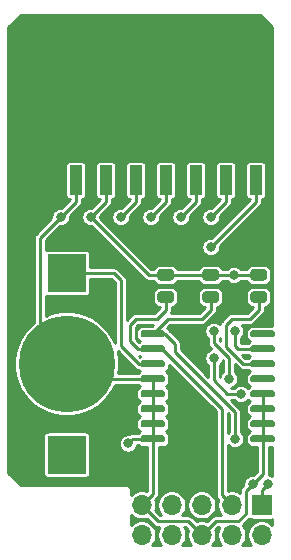
<source format=gbr>
%TF.GenerationSoftware,KiCad,Pcbnew,(5.1.6)-1*%
%TF.CreationDate,2020-11-21T19:48:35+02:00*%
%TF.ProjectId,zigbee-raspberry-module,7a696762-6565-42d7-9261-737062657272,rev?*%
%TF.SameCoordinates,Original*%
%TF.FileFunction,Copper,L2,Bot*%
%TF.FilePolarity,Positive*%
%FSLAX46Y46*%
G04 Gerber Fmt 4.6, Leading zero omitted, Abs format (unit mm)*
G04 Created by KiCad (PCBNEW (5.1.6)-1) date 2020-11-21 19:48:35*
%MOMM*%
%LPD*%
G01*
G04 APERTURE LIST*
%TA.AperFunction,SMDPad,CuDef*%
%ADD10C,8.130000*%
%TD*%
%TA.AperFunction,SMDPad,CuDef*%
%ADD11R,3.200000X3.200000*%
%TD*%
%TA.AperFunction,ComponentPad*%
%ADD12O,1.700000X1.700000*%
%TD*%
%TA.AperFunction,ComponentPad*%
%ADD13R,1.700000X1.700000*%
%TD*%
%TA.AperFunction,SMDPad,CuDef*%
%ADD14R,1.000000X2.500000*%
%TD*%
%TA.AperFunction,ViaPad*%
%ADD15C,0.800000*%
%TD*%
%TA.AperFunction,Conductor*%
%ADD16C,0.250000*%
%TD*%
%TA.AperFunction,NonConductor*%
%ADD17C,0.254000*%
%TD*%
G04 APERTURE END LIST*
D10*
%TO.P,J2,2*%
%TO.N,GND*%
X141224000Y-96012000D03*
D11*
%TO.P,J2,3*%
%TO.N,N/C*%
X141224000Y-103707000D03*
%TO.P,J2,1*%
%TO.N,Net-(J2-Pad1)*%
X141224000Y-88317000D03*
%TD*%
D12*
%TO.P,J1,10*%
%TO.N,TXD*%
X147574000Y-110490000D03*
%TO.P,J1,9*%
%TO.N,GND*%
X147574000Y-107950000D03*
%TO.P,J1,8*%
%TO.N,RXD*%
X150114000Y-110490000D03*
%TO.P,J1,7*%
%TO.N,Net-(J1-Pad7)*%
X150114000Y-107950000D03*
%TO.P,J1,6*%
%TO.N,GND*%
X152654000Y-110490000D03*
%TO.P,J1,5*%
%TO.N,SCL*%
X152654000Y-107950000D03*
%TO.P,J1,4*%
%TO.N,Net-(J1-Pad4)*%
X155194000Y-110490000D03*
%TO.P,J1,3*%
%TO.N,SDA*%
X155194000Y-107950000D03*
%TO.P,J1,2*%
%TO.N,Net-(J1-Pad2)*%
X157734000Y-110490000D03*
D13*
%TO.P,J1,1*%
%TO.N,VCC*%
X157734000Y-107950000D03*
%TD*%
%TO.P,R2,2*%
%TO.N,SDA*%
%TA.AperFunction,SMDPad,CuDef*%
G36*
G01*
X149149750Y-89858000D02*
X150062250Y-89858000D01*
G75*
G02*
X150306000Y-90101750I0J-243750D01*
G01*
X150306000Y-90589250D01*
G75*
G02*
X150062250Y-90833000I-243750J0D01*
G01*
X149149750Y-90833000D01*
G75*
G02*
X148906000Y-90589250I0J243750D01*
G01*
X148906000Y-90101750D01*
G75*
G02*
X149149750Y-89858000I243750J0D01*
G01*
G37*
%TD.AperFunction*%
%TO.P,R2,1*%
%TO.N,VCC*%
%TA.AperFunction,SMDPad,CuDef*%
G36*
G01*
X149149750Y-87983000D02*
X150062250Y-87983000D01*
G75*
G02*
X150306000Y-88226750I0J-243750D01*
G01*
X150306000Y-88714250D01*
G75*
G02*
X150062250Y-88958000I-243750J0D01*
G01*
X149149750Y-88958000D01*
G75*
G02*
X148906000Y-88714250I0J243750D01*
G01*
X148906000Y-88226750D01*
G75*
G02*
X149149750Y-87983000I243750J0D01*
G01*
G37*
%TD.AperFunction*%
%TD*%
%TO.P,R3,2*%
%TO.N,SCL*%
%TA.AperFunction,SMDPad,CuDef*%
G36*
G01*
X152959750Y-89858000D02*
X153872250Y-89858000D01*
G75*
G02*
X154116000Y-90101750I0J-243750D01*
G01*
X154116000Y-90589250D01*
G75*
G02*
X153872250Y-90833000I-243750J0D01*
G01*
X152959750Y-90833000D01*
G75*
G02*
X152716000Y-90589250I0J243750D01*
G01*
X152716000Y-90101750D01*
G75*
G02*
X152959750Y-89858000I243750J0D01*
G01*
G37*
%TD.AperFunction*%
%TO.P,R3,1*%
%TO.N,VCC*%
%TA.AperFunction,SMDPad,CuDef*%
G36*
G01*
X152959750Y-87983000D02*
X153872250Y-87983000D01*
G75*
G02*
X154116000Y-88226750I0J-243750D01*
G01*
X154116000Y-88714250D01*
G75*
G02*
X153872250Y-88958000I-243750J0D01*
G01*
X152959750Y-88958000D01*
G75*
G02*
X152716000Y-88714250I0J243750D01*
G01*
X152716000Y-88226750D01*
G75*
G02*
X152959750Y-87983000I243750J0D01*
G01*
G37*
%TD.AperFunction*%
%TD*%
%TO.P,R4,2*%
%TO.N,Net-(R4-Pad2)*%
%TA.AperFunction,SMDPad,CuDef*%
G36*
G01*
X157023750Y-89858000D02*
X157936250Y-89858000D01*
G75*
G02*
X158180000Y-90101750I0J-243750D01*
G01*
X158180000Y-90589250D01*
G75*
G02*
X157936250Y-90833000I-243750J0D01*
G01*
X157023750Y-90833000D01*
G75*
G02*
X156780000Y-90589250I0J243750D01*
G01*
X156780000Y-90101750D01*
G75*
G02*
X157023750Y-89858000I243750J0D01*
G01*
G37*
%TD.AperFunction*%
%TO.P,R4,1*%
%TO.N,VCC*%
%TA.AperFunction,SMDPad,CuDef*%
G36*
G01*
X157023750Y-87983000D02*
X157936250Y-87983000D01*
G75*
G02*
X158180000Y-88226750I0J-243750D01*
G01*
X158180000Y-88714250D01*
G75*
G02*
X157936250Y-88958000I-243750J0D01*
G01*
X157023750Y-88958000D01*
G75*
G02*
X156780000Y-88714250I0J243750D01*
G01*
X156780000Y-88226750D01*
G75*
G02*
X157023750Y-87983000I243750J0D01*
G01*
G37*
%TD.AperFunction*%
%TD*%
%TO.P,U2,16*%
%TO.N,SCL*%
%TA.AperFunction,SMDPad,CuDef*%
G36*
G01*
X149537000Y-93322000D02*
X149537000Y-93622000D01*
G75*
G02*
X149387000Y-93772000I-150000J0D01*
G01*
X147637000Y-93772000D01*
G75*
G02*
X147487000Y-93622000I0J150000D01*
G01*
X147487000Y-93322000D01*
G75*
G02*
X147637000Y-93172000I150000J0D01*
G01*
X149387000Y-93172000D01*
G75*
G02*
X149537000Y-93322000I0J-150000D01*
G01*
G37*
%TD.AperFunction*%
%TO.P,U2,15*%
%TO.N,SDA*%
%TA.AperFunction,SMDPad,CuDef*%
G36*
G01*
X149537000Y-94592000D02*
X149537000Y-94892000D01*
G75*
G02*
X149387000Y-95042000I-150000J0D01*
G01*
X147637000Y-95042000D01*
G75*
G02*
X147487000Y-94892000I0J150000D01*
G01*
X147487000Y-94592000D01*
G75*
G02*
X147637000Y-94442000I150000J0D01*
G01*
X149387000Y-94442000D01*
G75*
G02*
X149537000Y-94592000I0J-150000D01*
G01*
G37*
%TD.AperFunction*%
%TO.P,U2,14*%
%TO.N,Net-(J2-Pad1)*%
%TA.AperFunction,SMDPad,CuDef*%
G36*
G01*
X149537000Y-95862000D02*
X149537000Y-96162000D01*
G75*
G02*
X149387000Y-96312000I-150000J0D01*
G01*
X147637000Y-96312000D01*
G75*
G02*
X147487000Y-96162000I0J150000D01*
G01*
X147487000Y-95862000D01*
G75*
G02*
X147637000Y-95712000I150000J0D01*
G01*
X149387000Y-95712000D01*
G75*
G02*
X149537000Y-95862000I0J-150000D01*
G01*
G37*
%TD.AperFunction*%
%TO.P,U2,13*%
%TO.N,GND*%
%TA.AperFunction,SMDPad,CuDef*%
G36*
G01*
X149537000Y-97132000D02*
X149537000Y-97432000D01*
G75*
G02*
X149387000Y-97582000I-150000J0D01*
G01*
X147637000Y-97582000D01*
G75*
G02*
X147487000Y-97432000I0J150000D01*
G01*
X147487000Y-97132000D01*
G75*
G02*
X147637000Y-96982000I150000J0D01*
G01*
X149387000Y-96982000D01*
G75*
G02*
X149537000Y-97132000I0J-150000D01*
G01*
G37*
%TD.AperFunction*%
%TO.P,U2,12*%
%TA.AperFunction,SMDPad,CuDef*%
G36*
G01*
X149537000Y-98402000D02*
X149537000Y-98702000D01*
G75*
G02*
X149387000Y-98852000I-150000J0D01*
G01*
X147637000Y-98852000D01*
G75*
G02*
X147487000Y-98702000I0J150000D01*
G01*
X147487000Y-98402000D01*
G75*
G02*
X147637000Y-98252000I150000J0D01*
G01*
X149387000Y-98252000D01*
G75*
G02*
X149537000Y-98402000I0J-150000D01*
G01*
G37*
%TD.AperFunction*%
%TO.P,U2,11*%
%TA.AperFunction,SMDPad,CuDef*%
G36*
G01*
X149537000Y-99672000D02*
X149537000Y-99972000D01*
G75*
G02*
X149387000Y-100122000I-150000J0D01*
G01*
X147637000Y-100122000D01*
G75*
G02*
X147487000Y-99972000I0J150000D01*
G01*
X147487000Y-99672000D01*
G75*
G02*
X147637000Y-99522000I150000J0D01*
G01*
X149387000Y-99522000D01*
G75*
G02*
X149537000Y-99672000I0J-150000D01*
G01*
G37*
%TD.AperFunction*%
%TO.P,U2,10*%
%TA.AperFunction,SMDPad,CuDef*%
G36*
G01*
X149537000Y-100942000D02*
X149537000Y-101242000D01*
G75*
G02*
X149387000Y-101392000I-150000J0D01*
G01*
X147637000Y-101392000D01*
G75*
G02*
X147487000Y-101242000I0J150000D01*
G01*
X147487000Y-100942000D01*
G75*
G02*
X147637000Y-100792000I150000J0D01*
G01*
X149387000Y-100792000D01*
G75*
G02*
X149537000Y-100942000I0J-150000D01*
G01*
G37*
%TD.AperFunction*%
%TO.P,U2,9*%
%TA.AperFunction,SMDPad,CuDef*%
G36*
G01*
X149537000Y-102212000D02*
X149537000Y-102512000D01*
G75*
G02*
X149387000Y-102662000I-150000J0D01*
G01*
X147637000Y-102662000D01*
G75*
G02*
X147487000Y-102512000I0J150000D01*
G01*
X147487000Y-102212000D01*
G75*
G02*
X147637000Y-102062000I150000J0D01*
G01*
X149387000Y-102062000D01*
G75*
G02*
X149537000Y-102212000I0J-150000D01*
G01*
G37*
%TD.AperFunction*%
%TO.P,U2,8*%
%TA.AperFunction,SMDPad,CuDef*%
G36*
G01*
X158837000Y-102212000D02*
X158837000Y-102512000D01*
G75*
G02*
X158687000Y-102662000I-150000J0D01*
G01*
X156937000Y-102662000D01*
G75*
G02*
X156787000Y-102512000I0J150000D01*
G01*
X156787000Y-102212000D01*
G75*
G02*
X156937000Y-102062000I150000J0D01*
G01*
X158687000Y-102062000D01*
G75*
G02*
X158837000Y-102212000I0J-150000D01*
G01*
G37*
%TD.AperFunction*%
%TO.P,U2,7*%
%TA.AperFunction,SMDPad,CuDef*%
G36*
G01*
X158837000Y-100942000D02*
X158837000Y-101242000D01*
G75*
G02*
X158687000Y-101392000I-150000J0D01*
G01*
X156937000Y-101392000D01*
G75*
G02*
X156787000Y-101242000I0J150000D01*
G01*
X156787000Y-100942000D01*
G75*
G02*
X156937000Y-100792000I150000J0D01*
G01*
X158687000Y-100792000D01*
G75*
G02*
X158837000Y-100942000I0J-150000D01*
G01*
G37*
%TD.AperFunction*%
%TO.P,U2,6*%
%TA.AperFunction,SMDPad,CuDef*%
G36*
G01*
X158837000Y-99672000D02*
X158837000Y-99972000D01*
G75*
G02*
X158687000Y-100122000I-150000J0D01*
G01*
X156937000Y-100122000D01*
G75*
G02*
X156787000Y-99972000I0J150000D01*
G01*
X156787000Y-99672000D01*
G75*
G02*
X156937000Y-99522000I150000J0D01*
G01*
X158687000Y-99522000D01*
G75*
G02*
X158837000Y-99672000I0J-150000D01*
G01*
G37*
%TD.AperFunction*%
%TO.P,U2,5*%
%TA.AperFunction,SMDPad,CuDef*%
G36*
G01*
X158837000Y-98402000D02*
X158837000Y-98702000D01*
G75*
G02*
X158687000Y-98852000I-150000J0D01*
G01*
X156937000Y-98852000D01*
G75*
G02*
X156787000Y-98702000I0J150000D01*
G01*
X156787000Y-98402000D01*
G75*
G02*
X156937000Y-98252000I150000J0D01*
G01*
X158687000Y-98252000D01*
G75*
G02*
X158837000Y-98402000I0J-150000D01*
G01*
G37*
%TD.AperFunction*%
%TO.P,U2,4*%
%TO.N,Net-(U2-Pad4)*%
%TA.AperFunction,SMDPad,CuDef*%
G36*
G01*
X158837000Y-97132000D02*
X158837000Y-97432000D01*
G75*
G02*
X158687000Y-97582000I-150000J0D01*
G01*
X156937000Y-97582000D01*
G75*
G02*
X156787000Y-97432000I0J150000D01*
G01*
X156787000Y-97132000D01*
G75*
G02*
X156937000Y-96982000I150000J0D01*
G01*
X158687000Y-96982000D01*
G75*
G02*
X158837000Y-97132000I0J-150000D01*
G01*
G37*
%TD.AperFunction*%
%TO.P,U2,3*%
%TO.N,Net-(R4-Pad2)*%
%TA.AperFunction,SMDPad,CuDef*%
G36*
G01*
X158837000Y-95862000D02*
X158837000Y-96162000D01*
G75*
G02*
X158687000Y-96312000I-150000J0D01*
G01*
X156937000Y-96312000D01*
G75*
G02*
X156787000Y-96162000I0J150000D01*
G01*
X156787000Y-95862000D01*
G75*
G02*
X156937000Y-95712000I150000J0D01*
G01*
X158687000Y-95712000D01*
G75*
G02*
X158837000Y-95862000I0J-150000D01*
G01*
G37*
%TD.AperFunction*%
%TO.P,U2,2*%
%TO.N,VCC*%
%TA.AperFunction,SMDPad,CuDef*%
G36*
G01*
X158837000Y-94592000D02*
X158837000Y-94892000D01*
G75*
G02*
X158687000Y-95042000I-150000J0D01*
G01*
X156937000Y-95042000D01*
G75*
G02*
X156787000Y-94892000I0J150000D01*
G01*
X156787000Y-94592000D01*
G75*
G02*
X156937000Y-94442000I150000J0D01*
G01*
X158687000Y-94442000D01*
G75*
G02*
X158837000Y-94592000I0J-150000D01*
G01*
G37*
%TD.AperFunction*%
%TO.P,U2,1*%
%TO.N,Net-(U2-Pad1)*%
%TA.AperFunction,SMDPad,CuDef*%
G36*
G01*
X158837000Y-93322000D02*
X158837000Y-93622000D01*
G75*
G02*
X158687000Y-93772000I-150000J0D01*
G01*
X156937000Y-93772000D01*
G75*
G02*
X156787000Y-93622000I0J150000D01*
G01*
X156787000Y-93322000D01*
G75*
G02*
X156937000Y-93172000I150000J0D01*
G01*
X158687000Y-93172000D01*
G75*
G02*
X158837000Y-93322000I0J-150000D01*
G01*
G37*
%TD.AperFunction*%
%TD*%
D14*
%TO.P,JTAG1,7*%
%TO.N,GND*%
X141986000Y-80455000D03*
%TO.P,JTAG1,6*%
%TO.N,VCC*%
X144526000Y-80455000D03*
%TO.P,JTAG1,5*%
%TO.N,TMS*%
X147066000Y-80455000D03*
%TO.P,JTAG1,4*%
%TO.N,TCK*%
X149606000Y-80455000D03*
%TO.P,JTAG1,3*%
%TO.N,PB7*%
X152146000Y-80455000D03*
%TO.P,JTAG1,2*%
%TO.N,PB6*%
X154686000Y-80455000D03*
%TO.P,JTAG1,1*%
%TO.N,RST*%
X157226000Y-80455000D03*
%TD*%
D15*
%TO.N,GND*%
X140716000Y-83566000D03*
X156972000Y-106172000D03*
X146431000Y-102743000D03*
%TO.N,VCC*%
X143256000Y-83566000D03*
X155448000Y-93218000D03*
X155369500Y-88470500D03*
X158242000Y-106172000D03*
X155956000Y-98552000D03*
X153670000Y-95504000D03*
%TO.N,RST*%
X153416000Y-86106000D03*
%TO.N,PB6*%
X153416000Y-83566000D03*
%TO.N,PB7*%
X150876000Y-83566000D03*
%TO.N,TCK*%
X148336000Y-83566000D03*
%TO.N,TMS*%
X145796000Y-83566000D03*
%TO.N,Net-(SW1-Pad1)*%
X153670000Y-93218000D03*
X154940000Y-97282000D03*
%TO.N,SCL*%
X155448000Y-102362000D03*
%TD*%
D16*
%TO.N,GND*%
X141986000Y-80455000D02*
X141795000Y-80455000D01*
X147320000Y-107696000D02*
X147574000Y-107950000D01*
X141986000Y-82296000D02*
X140716000Y-83566000D01*
X141986000Y-80455000D02*
X141986000Y-82296000D01*
X141224000Y-96012000D02*
X138938000Y-93726000D01*
X138938000Y-85344000D02*
X140716000Y-83566000D01*
X138938000Y-93726000D02*
X138938000Y-85344000D01*
X148938999Y-109314999D02*
X147574000Y-107950000D01*
X151478999Y-109314999D02*
X148938999Y-109314999D01*
X152654000Y-110490000D02*
X151478999Y-109314999D01*
X153829001Y-109314999D02*
X152654000Y-110490000D01*
X156369001Y-108703999D02*
X155758001Y-109314999D01*
X155758001Y-109314999D02*
X153829001Y-109314999D01*
X148512000Y-107012000D02*
X147574000Y-107950000D01*
X148512000Y-97282000D02*
X148512000Y-104472000D01*
X148512000Y-104726000D02*
X148512000Y-106250000D01*
X142494000Y-97282000D02*
X141224000Y-96012000D01*
X148512000Y-97282000D02*
X142494000Y-97282000D01*
X156369001Y-108703999D02*
X156369001Y-106774999D01*
X156369001Y-106774999D02*
X156972000Y-106172000D01*
X156972000Y-106172000D02*
X156972000Y-106172000D01*
X157812000Y-105332000D02*
X156972000Y-106172000D01*
X157812000Y-98552000D02*
X157812000Y-105332000D01*
X148512000Y-106250000D02*
X148512000Y-107012000D01*
X148512000Y-104472000D02*
X148512000Y-104726000D01*
X146431000Y-102743000D02*
X146812000Y-102362000D01*
X146812000Y-102362000D02*
X148512000Y-102362000D01*
%TO.N,VCC*%
X149606000Y-88470500D02*
X153416000Y-88470500D01*
X144526000Y-82296000D02*
X143256000Y-83566000D01*
X144526000Y-80455000D02*
X144526000Y-82296000D01*
X148160500Y-88470500D02*
X143256000Y-83566000D01*
X149606000Y-88470500D02*
X148160500Y-88470500D01*
X157480000Y-88470500D02*
X155369500Y-88470500D01*
X155369500Y-88470500D02*
X153416000Y-88470500D01*
X157734000Y-107950000D02*
X157734000Y-106680000D01*
X157734000Y-106680000D02*
X158242000Y-106172000D01*
X158242000Y-106172000D02*
X158242000Y-106172000D01*
X154814410Y-98552000D02*
X155956000Y-98552000D01*
X153670000Y-97407590D02*
X154814410Y-98552000D01*
X155448000Y-93218000D02*
X155448000Y-94488000D01*
X155702000Y-94742000D02*
X157812000Y-94742000D01*
X155448000Y-94488000D02*
X155702000Y-94742000D01*
X153670000Y-97407590D02*
X153670000Y-95504000D01*
%TO.N,RST*%
X157226000Y-80455000D02*
X157226000Y-82296000D01*
X157226000Y-82296000D02*
X153416000Y-86106000D01*
%TO.N,PB6*%
X154686000Y-82296000D02*
X153416000Y-83566000D01*
X154686000Y-80455000D02*
X154686000Y-82296000D01*
%TO.N,PB7*%
X152146000Y-82296000D02*
X150876000Y-83566000D01*
X152146000Y-80455000D02*
X152146000Y-82296000D01*
%TO.N,TCK*%
X149606000Y-82296000D02*
X148336000Y-83566000D01*
X149606000Y-80455000D02*
X149606000Y-82296000D01*
%TO.N,TMS*%
X147066000Y-82296000D02*
X145796000Y-83566000D01*
X147066000Y-80455000D02*
X147066000Y-82296000D01*
%TO.N,Net-(SW1-Pad1)*%
X154940000Y-95504000D02*
X154940000Y-97282000D01*
X154940000Y-97282000D02*
X154940000Y-97282000D01*
X153670000Y-94234000D02*
X153670000Y-93218000D01*
X154940000Y-95504000D02*
X153670000Y-94234000D01*
%TO.N,SCL*%
X152654000Y-92202000D02*
X149782000Y-92202000D01*
X149782000Y-92202000D02*
X148512000Y-93472000D01*
X153416000Y-90345500D02*
X153416000Y-91440000D01*
X153416000Y-91440000D02*
X152654000Y-92202000D01*
X149537000Y-93472000D02*
X148512000Y-93472000D01*
X150368000Y-94303000D02*
X149537000Y-93472000D01*
X150368000Y-94996000D02*
X150368000Y-94303000D01*
X155448000Y-100076000D02*
X150368000Y-94996000D01*
X155448000Y-102362000D02*
X155448000Y-100076000D01*
%TO.N,SDA*%
X148508768Y-94742000D02*
X148082000Y-94742000D01*
X155194000Y-107950000D02*
X155411001Y-107732999D01*
X154344001Y-107100001D02*
X154344001Y-99803001D01*
X155194000Y-107950000D02*
X154344001Y-107100001D01*
X149283000Y-94742000D02*
X148512000Y-94742000D01*
X154344001Y-99803001D02*
X149283000Y-94742000D01*
X148512000Y-94742000D02*
X147233000Y-94742000D01*
X147233000Y-94742000D02*
X146558000Y-94067000D01*
X149606000Y-90345500D02*
X149606000Y-91440000D01*
X149606000Y-91440000D02*
X148844000Y-92202000D01*
X148844000Y-92202000D02*
X147066000Y-92202000D01*
X146558000Y-92710000D02*
X146558000Y-94067000D01*
X147066000Y-92202000D02*
X146558000Y-92710000D01*
%TO.N,Net-(R4-Pad2)*%
X156152998Y-96012000D02*
X154686000Y-94545002D01*
X157812000Y-96012000D02*
X156152998Y-96012000D01*
X155194000Y-92202000D02*
X154686000Y-92710000D01*
X154686000Y-94545002D02*
X154686000Y-92710000D01*
X157480000Y-90345500D02*
X157480000Y-91440000D01*
X157480000Y-91440000D02*
X156718000Y-92202000D01*
X156718000Y-92202000D02*
X155194000Y-92202000D01*
%TO.N,Net-(J2-Pad1)*%
X148512000Y-96012000D02*
X147320000Y-96012000D01*
X147320000Y-96012000D02*
X145796000Y-94488000D01*
X145796000Y-94488000D02*
X145796000Y-88900000D01*
X145213000Y-88317000D02*
X141224000Y-88317000D01*
X145796000Y-88900000D02*
X145213000Y-88317000D01*
%TD*%
D17*
G36*
X156671304Y-109118322D02*
G01*
X156737492Y-109153701D01*
X156809311Y-109175487D01*
X156884000Y-109182843D01*
X158584000Y-109182843D01*
X158598001Y-109181464D01*
X158598001Y-109613104D01*
X158518717Y-109533820D01*
X158317097Y-109399102D01*
X158093069Y-109306307D01*
X157855243Y-109259000D01*
X157612757Y-109259000D01*
X157374931Y-109306307D01*
X157150903Y-109399102D01*
X156949283Y-109533820D01*
X156777820Y-109705283D01*
X156643102Y-109906903D01*
X156550307Y-110130931D01*
X156503000Y-110368757D01*
X156503000Y-110611243D01*
X156550307Y-110849069D01*
X156643102Y-111073097D01*
X156777820Y-111274717D01*
X156857103Y-111354000D01*
X156070897Y-111354000D01*
X156150180Y-111274717D01*
X156284898Y-111073097D01*
X156377693Y-110849069D01*
X156425000Y-110611243D01*
X156425000Y-110368757D01*
X156377693Y-110130931D01*
X156284898Y-109906903D01*
X156150180Y-109705283D01*
X156118382Y-109673485D01*
X156133377Y-109655214D01*
X156670736Y-109117856D01*
X156671304Y-109118322D01*
G37*
X156671304Y-109118322D02*
X156737492Y-109153701D01*
X156809311Y-109175487D01*
X156884000Y-109182843D01*
X158584000Y-109182843D01*
X158598001Y-109181464D01*
X158598001Y-109613104D01*
X158518717Y-109533820D01*
X158317097Y-109399102D01*
X158093069Y-109306307D01*
X157855243Y-109259000D01*
X157612757Y-109259000D01*
X157374931Y-109306307D01*
X157150903Y-109399102D01*
X156949283Y-109533820D01*
X156777820Y-109705283D01*
X156643102Y-109906903D01*
X156550307Y-110130931D01*
X156503000Y-110368757D01*
X156503000Y-110611243D01*
X156550307Y-110849069D01*
X156643102Y-111073097D01*
X156777820Y-111274717D01*
X156857103Y-111354000D01*
X156070897Y-111354000D01*
X156150180Y-111274717D01*
X156284898Y-111073097D01*
X156377693Y-110849069D01*
X156425000Y-110611243D01*
X156425000Y-110368757D01*
X156377693Y-110130931D01*
X156284898Y-109906903D01*
X156150180Y-109705283D01*
X156118382Y-109673485D01*
X156133377Y-109655214D01*
X156670736Y-109117856D01*
X156671304Y-109118322D01*
G36*
X151502242Y-110053833D02*
G01*
X151470307Y-110130931D01*
X151423000Y-110368757D01*
X151423000Y-110611243D01*
X151470307Y-110849069D01*
X151563102Y-111073097D01*
X151697820Y-111274717D01*
X151777103Y-111354000D01*
X150990897Y-111354000D01*
X151070180Y-111274717D01*
X151204898Y-111073097D01*
X151297693Y-110849069D01*
X151345000Y-110611243D01*
X151345000Y-110368757D01*
X151297693Y-110130931D01*
X151204898Y-109906903D01*
X151147499Y-109820999D01*
X151269408Y-109820999D01*
X151502242Y-110053833D01*
G37*
X151502242Y-110053833D02*
X151470307Y-110130931D01*
X151423000Y-110368757D01*
X151423000Y-110611243D01*
X151470307Y-110849069D01*
X151563102Y-111073097D01*
X151697820Y-111274717D01*
X151777103Y-111354000D01*
X150990897Y-111354000D01*
X151070180Y-111274717D01*
X151204898Y-111073097D01*
X151297693Y-110849069D01*
X151345000Y-110611243D01*
X151345000Y-110368757D01*
X151297693Y-110130931D01*
X151204898Y-109906903D01*
X151147499Y-109820999D01*
X151269408Y-109820999D01*
X151502242Y-110053833D01*
G36*
X154103102Y-109906903D02*
G01*
X154010307Y-110130931D01*
X153963000Y-110368757D01*
X153963000Y-110611243D01*
X154010307Y-110849069D01*
X154103102Y-111073097D01*
X154237820Y-111274717D01*
X154317103Y-111354000D01*
X153530897Y-111354000D01*
X153610180Y-111274717D01*
X153744898Y-111073097D01*
X153837693Y-110849069D01*
X153885000Y-110611243D01*
X153885000Y-110368757D01*
X153837693Y-110130931D01*
X153805758Y-110053833D01*
X154038593Y-109820999D01*
X154160501Y-109820999D01*
X154103102Y-109906903D01*
G37*
X154103102Y-109906903D02*
X154010307Y-110130931D01*
X153963000Y-110368757D01*
X153963000Y-110611243D01*
X154010307Y-110849069D01*
X154103102Y-111073097D01*
X154237820Y-111274717D01*
X154317103Y-111354000D01*
X153530897Y-111354000D01*
X153610180Y-111274717D01*
X153744898Y-111073097D01*
X153837693Y-110849069D01*
X153885000Y-110611243D01*
X153885000Y-110368757D01*
X153837693Y-110130931D01*
X153805758Y-110053833D01*
X154038593Y-109820999D01*
X154160501Y-109820999D01*
X154103102Y-109906903D01*
G36*
X146789283Y-108906180D02*
G01*
X146990903Y-109040898D01*
X147214931Y-109133693D01*
X147452757Y-109181000D01*
X147695243Y-109181000D01*
X147933069Y-109133693D01*
X148010167Y-109101758D01*
X148563627Y-109655219D01*
X148579472Y-109674526D01*
X148656520Y-109737758D01*
X148744424Y-109784744D01*
X148839805Y-109813677D01*
X148849693Y-109814651D01*
X148914145Y-109820999D01*
X148914152Y-109820999D01*
X148938998Y-109823446D01*
X148963844Y-109820999D01*
X149080501Y-109820999D01*
X149023102Y-109906903D01*
X148930307Y-110130931D01*
X148883000Y-110368757D01*
X148883000Y-110611243D01*
X148930307Y-110849069D01*
X149023102Y-111073097D01*
X149157820Y-111274717D01*
X149237103Y-111354000D01*
X148450897Y-111354000D01*
X148530180Y-111274717D01*
X148664898Y-111073097D01*
X148757693Y-110849069D01*
X148805000Y-110611243D01*
X148805000Y-110368757D01*
X148757693Y-110130931D01*
X148664898Y-109906903D01*
X148530180Y-109705283D01*
X148358717Y-109533820D01*
X148157097Y-109399102D01*
X147933069Y-109306307D01*
X147695243Y-109259000D01*
X147452757Y-109259000D01*
X147214931Y-109306307D01*
X146990903Y-109399102D01*
X146789283Y-109533820D01*
X146710000Y-109613103D01*
X146710000Y-108826897D01*
X146789283Y-108906180D01*
G37*
X146789283Y-108906180D02*
X146990903Y-109040898D01*
X147214931Y-109133693D01*
X147452757Y-109181000D01*
X147695243Y-109181000D01*
X147933069Y-109133693D01*
X148010167Y-109101758D01*
X148563627Y-109655219D01*
X148579472Y-109674526D01*
X148656520Y-109737758D01*
X148744424Y-109784744D01*
X148839805Y-109813677D01*
X148849693Y-109814651D01*
X148914145Y-109820999D01*
X148914152Y-109820999D01*
X148938998Y-109823446D01*
X148963844Y-109820999D01*
X149080501Y-109820999D01*
X149023102Y-109906903D01*
X148930307Y-110130931D01*
X148883000Y-110368757D01*
X148883000Y-110611243D01*
X148930307Y-110849069D01*
X149023102Y-111073097D01*
X149157820Y-111274717D01*
X149237103Y-111354000D01*
X148450897Y-111354000D01*
X148530180Y-111274717D01*
X148664898Y-111073097D01*
X148757693Y-110849069D01*
X148805000Y-110611243D01*
X148805000Y-110368757D01*
X148757693Y-110130931D01*
X148664898Y-109906903D01*
X148530180Y-109705283D01*
X148358717Y-109533820D01*
X148157097Y-109399102D01*
X147933069Y-109306307D01*
X147695243Y-109259000D01*
X147452757Y-109259000D01*
X147214931Y-109306307D01*
X146990903Y-109399102D01*
X146789283Y-109533820D01*
X146710000Y-109613103D01*
X146710000Y-108826897D01*
X146789283Y-108906180D01*
G36*
X153838002Y-100012594D02*
G01*
X153838001Y-107075155D01*
X153835554Y-107100001D01*
X153838001Y-107124847D01*
X153838001Y-107124854D01*
X153845323Y-107199193D01*
X153874256Y-107294575D01*
X153921242Y-107382480D01*
X153984474Y-107459528D01*
X154003786Y-107475377D01*
X154042242Y-107513833D01*
X154010307Y-107590931D01*
X153963000Y-107828757D01*
X153963000Y-108071243D01*
X154010307Y-108309069D01*
X154103102Y-108533097D01*
X154237820Y-108734717D01*
X154312102Y-108808999D01*
X153853846Y-108808999D01*
X153829000Y-108806552D01*
X153804154Y-108808999D01*
X153804147Y-108808999D01*
X153739695Y-108815347D01*
X153729807Y-108816321D01*
X153707608Y-108823055D01*
X153634426Y-108845254D01*
X153546522Y-108892240D01*
X153469474Y-108955472D01*
X153453631Y-108974777D01*
X153090167Y-109338242D01*
X153013069Y-109306307D01*
X152775243Y-109259000D01*
X152532757Y-109259000D01*
X152294931Y-109306307D01*
X152217833Y-109338242D01*
X151854375Y-108974784D01*
X151838526Y-108955472D01*
X151761478Y-108892240D01*
X151673574Y-108845254D01*
X151578192Y-108816321D01*
X151503853Y-108808999D01*
X151503845Y-108808999D01*
X151478999Y-108806552D01*
X151454153Y-108808999D01*
X150995898Y-108808999D01*
X151070180Y-108734717D01*
X151204898Y-108533097D01*
X151297693Y-108309069D01*
X151345000Y-108071243D01*
X151345000Y-107828757D01*
X151423000Y-107828757D01*
X151423000Y-108071243D01*
X151470307Y-108309069D01*
X151563102Y-108533097D01*
X151697820Y-108734717D01*
X151869283Y-108906180D01*
X152070903Y-109040898D01*
X152294931Y-109133693D01*
X152532757Y-109181000D01*
X152775243Y-109181000D01*
X153013069Y-109133693D01*
X153237097Y-109040898D01*
X153438717Y-108906180D01*
X153610180Y-108734717D01*
X153744898Y-108533097D01*
X153837693Y-108309069D01*
X153885000Y-108071243D01*
X153885000Y-107828757D01*
X153837693Y-107590931D01*
X153744898Y-107366903D01*
X153610180Y-107165283D01*
X153438717Y-106993820D01*
X153237097Y-106859102D01*
X153013069Y-106766307D01*
X152775243Y-106719000D01*
X152532757Y-106719000D01*
X152294931Y-106766307D01*
X152070903Y-106859102D01*
X151869283Y-106993820D01*
X151697820Y-107165283D01*
X151563102Y-107366903D01*
X151470307Y-107590931D01*
X151423000Y-107828757D01*
X151345000Y-107828757D01*
X151297693Y-107590931D01*
X151204898Y-107366903D01*
X151070180Y-107165283D01*
X150898717Y-106993820D01*
X150697097Y-106859102D01*
X150473069Y-106766307D01*
X150235243Y-106719000D01*
X149992757Y-106719000D01*
X149754931Y-106766307D01*
X149530903Y-106859102D01*
X149329283Y-106993820D01*
X149157820Y-107165283D01*
X149023102Y-107366903D01*
X148930307Y-107590931D01*
X148883000Y-107828757D01*
X148883000Y-108071243D01*
X148930307Y-108309069D01*
X149023102Y-108533097D01*
X149157820Y-108734717D01*
X149232102Y-108808999D01*
X149148591Y-108808999D01*
X148725758Y-108386167D01*
X148757693Y-108309069D01*
X148805000Y-108071243D01*
X148805000Y-107828757D01*
X148757693Y-107590931D01*
X148725758Y-107513834D01*
X148852220Y-107387372D01*
X148871527Y-107371527D01*
X148934759Y-107294479D01*
X148981745Y-107206575D01*
X149010678Y-107111193D01*
X149018000Y-107036854D01*
X149018000Y-107036847D01*
X149020447Y-107012001D01*
X149018000Y-106987155D01*
X149018000Y-103044843D01*
X149387000Y-103044843D01*
X149490953Y-103034605D01*
X149590910Y-103004283D01*
X149683032Y-102955043D01*
X149763777Y-102888777D01*
X149830043Y-102808032D01*
X149879283Y-102715910D01*
X149909605Y-102615953D01*
X149919843Y-102512000D01*
X149919843Y-102212000D01*
X149909605Y-102108047D01*
X149879283Y-102008090D01*
X149830043Y-101915968D01*
X149763777Y-101835223D01*
X149683032Y-101768957D01*
X149604536Y-101727000D01*
X149683032Y-101685043D01*
X149763777Y-101618777D01*
X149830043Y-101538032D01*
X149879283Y-101445910D01*
X149909605Y-101345953D01*
X149919843Y-101242000D01*
X149919843Y-100942000D01*
X149909605Y-100838047D01*
X149879283Y-100738090D01*
X149830043Y-100645968D01*
X149763777Y-100565223D01*
X149683032Y-100498957D01*
X149604536Y-100457000D01*
X149683032Y-100415043D01*
X149763777Y-100348777D01*
X149830043Y-100268032D01*
X149879283Y-100175910D01*
X149909605Y-100075953D01*
X149919843Y-99972000D01*
X149919843Y-99672000D01*
X149909605Y-99568047D01*
X149879283Y-99468090D01*
X149830043Y-99375968D01*
X149763777Y-99295223D01*
X149683032Y-99228957D01*
X149604536Y-99187000D01*
X149683032Y-99145043D01*
X149763777Y-99078777D01*
X149830043Y-98998032D01*
X149879283Y-98905910D01*
X149909605Y-98805953D01*
X149919843Y-98702000D01*
X149919843Y-98402000D01*
X149909605Y-98298047D01*
X149879283Y-98198090D01*
X149830043Y-98105968D01*
X149763777Y-98025223D01*
X149683032Y-97958957D01*
X149604536Y-97917000D01*
X149683032Y-97875043D01*
X149763777Y-97808777D01*
X149830043Y-97728032D01*
X149879283Y-97635910D01*
X149909605Y-97535953D01*
X149919843Y-97432000D01*
X149919843Y-97132000D01*
X149909605Y-97028047D01*
X149879283Y-96928090D01*
X149830043Y-96835968D01*
X149763777Y-96755223D01*
X149683032Y-96688957D01*
X149604536Y-96647000D01*
X149683032Y-96605043D01*
X149763777Y-96538777D01*
X149830043Y-96458032D01*
X149879283Y-96365910D01*
X149909605Y-96265953D01*
X149919843Y-96162000D01*
X149919843Y-96094434D01*
X153838002Y-100012594D01*
G37*
X153838002Y-100012594D02*
X153838001Y-107075155D01*
X153835554Y-107100001D01*
X153838001Y-107124847D01*
X153838001Y-107124854D01*
X153845323Y-107199193D01*
X153874256Y-107294575D01*
X153921242Y-107382480D01*
X153984474Y-107459528D01*
X154003786Y-107475377D01*
X154042242Y-107513833D01*
X154010307Y-107590931D01*
X153963000Y-107828757D01*
X153963000Y-108071243D01*
X154010307Y-108309069D01*
X154103102Y-108533097D01*
X154237820Y-108734717D01*
X154312102Y-108808999D01*
X153853846Y-108808999D01*
X153829000Y-108806552D01*
X153804154Y-108808999D01*
X153804147Y-108808999D01*
X153739695Y-108815347D01*
X153729807Y-108816321D01*
X153707608Y-108823055D01*
X153634426Y-108845254D01*
X153546522Y-108892240D01*
X153469474Y-108955472D01*
X153453631Y-108974777D01*
X153090167Y-109338242D01*
X153013069Y-109306307D01*
X152775243Y-109259000D01*
X152532757Y-109259000D01*
X152294931Y-109306307D01*
X152217833Y-109338242D01*
X151854375Y-108974784D01*
X151838526Y-108955472D01*
X151761478Y-108892240D01*
X151673574Y-108845254D01*
X151578192Y-108816321D01*
X151503853Y-108808999D01*
X151503845Y-108808999D01*
X151478999Y-108806552D01*
X151454153Y-108808999D01*
X150995898Y-108808999D01*
X151070180Y-108734717D01*
X151204898Y-108533097D01*
X151297693Y-108309069D01*
X151345000Y-108071243D01*
X151345000Y-107828757D01*
X151423000Y-107828757D01*
X151423000Y-108071243D01*
X151470307Y-108309069D01*
X151563102Y-108533097D01*
X151697820Y-108734717D01*
X151869283Y-108906180D01*
X152070903Y-109040898D01*
X152294931Y-109133693D01*
X152532757Y-109181000D01*
X152775243Y-109181000D01*
X153013069Y-109133693D01*
X153237097Y-109040898D01*
X153438717Y-108906180D01*
X153610180Y-108734717D01*
X153744898Y-108533097D01*
X153837693Y-108309069D01*
X153885000Y-108071243D01*
X153885000Y-107828757D01*
X153837693Y-107590931D01*
X153744898Y-107366903D01*
X153610180Y-107165283D01*
X153438717Y-106993820D01*
X153237097Y-106859102D01*
X153013069Y-106766307D01*
X152775243Y-106719000D01*
X152532757Y-106719000D01*
X152294931Y-106766307D01*
X152070903Y-106859102D01*
X151869283Y-106993820D01*
X151697820Y-107165283D01*
X151563102Y-107366903D01*
X151470307Y-107590931D01*
X151423000Y-107828757D01*
X151345000Y-107828757D01*
X151297693Y-107590931D01*
X151204898Y-107366903D01*
X151070180Y-107165283D01*
X150898717Y-106993820D01*
X150697097Y-106859102D01*
X150473069Y-106766307D01*
X150235243Y-106719000D01*
X149992757Y-106719000D01*
X149754931Y-106766307D01*
X149530903Y-106859102D01*
X149329283Y-106993820D01*
X149157820Y-107165283D01*
X149023102Y-107366903D01*
X148930307Y-107590931D01*
X148883000Y-107828757D01*
X148883000Y-108071243D01*
X148930307Y-108309069D01*
X149023102Y-108533097D01*
X149157820Y-108734717D01*
X149232102Y-108808999D01*
X149148591Y-108808999D01*
X148725758Y-108386167D01*
X148757693Y-108309069D01*
X148805000Y-108071243D01*
X148805000Y-107828757D01*
X148757693Y-107590931D01*
X148725758Y-107513834D01*
X148852220Y-107387372D01*
X148871527Y-107371527D01*
X148934759Y-107294479D01*
X148981745Y-107206575D01*
X149010678Y-107111193D01*
X149018000Y-107036854D01*
X149018000Y-107036847D01*
X149020447Y-107012001D01*
X149018000Y-106987155D01*
X149018000Y-103044843D01*
X149387000Y-103044843D01*
X149490953Y-103034605D01*
X149590910Y-103004283D01*
X149683032Y-102955043D01*
X149763777Y-102888777D01*
X149830043Y-102808032D01*
X149879283Y-102715910D01*
X149909605Y-102615953D01*
X149919843Y-102512000D01*
X149919843Y-102212000D01*
X149909605Y-102108047D01*
X149879283Y-102008090D01*
X149830043Y-101915968D01*
X149763777Y-101835223D01*
X149683032Y-101768957D01*
X149604536Y-101727000D01*
X149683032Y-101685043D01*
X149763777Y-101618777D01*
X149830043Y-101538032D01*
X149879283Y-101445910D01*
X149909605Y-101345953D01*
X149919843Y-101242000D01*
X149919843Y-100942000D01*
X149909605Y-100838047D01*
X149879283Y-100738090D01*
X149830043Y-100645968D01*
X149763777Y-100565223D01*
X149683032Y-100498957D01*
X149604536Y-100457000D01*
X149683032Y-100415043D01*
X149763777Y-100348777D01*
X149830043Y-100268032D01*
X149879283Y-100175910D01*
X149909605Y-100075953D01*
X149919843Y-99972000D01*
X149919843Y-99672000D01*
X149909605Y-99568047D01*
X149879283Y-99468090D01*
X149830043Y-99375968D01*
X149763777Y-99295223D01*
X149683032Y-99228957D01*
X149604536Y-99187000D01*
X149683032Y-99145043D01*
X149763777Y-99078777D01*
X149830043Y-98998032D01*
X149879283Y-98905910D01*
X149909605Y-98805953D01*
X149919843Y-98702000D01*
X149919843Y-98402000D01*
X149909605Y-98298047D01*
X149879283Y-98198090D01*
X149830043Y-98105968D01*
X149763777Y-98025223D01*
X149683032Y-97958957D01*
X149604536Y-97917000D01*
X149683032Y-97875043D01*
X149763777Y-97808777D01*
X149830043Y-97728032D01*
X149879283Y-97635910D01*
X149909605Y-97535953D01*
X149919843Y-97432000D01*
X149919843Y-97132000D01*
X149909605Y-97028047D01*
X149879283Y-96928090D01*
X149830043Y-96835968D01*
X149763777Y-96755223D01*
X149683032Y-96688957D01*
X149604536Y-96647000D01*
X149683032Y-96605043D01*
X149763777Y-96538777D01*
X149830043Y-96458032D01*
X149879283Y-96365910D01*
X149909605Y-96265953D01*
X149919843Y-96162000D01*
X149919843Y-96094434D01*
X153838002Y-100012594D01*
G36*
X158598000Y-67478171D02*
G01*
X158598001Y-92789157D01*
X156937000Y-92789157D01*
X156833047Y-92799395D01*
X156733090Y-92829717D01*
X156640968Y-92878957D01*
X156560223Y-92945223D01*
X156493957Y-93025968D01*
X156444717Y-93118090D01*
X156414395Y-93218047D01*
X156404157Y-93322000D01*
X156404157Y-93622000D01*
X156414395Y-93725953D01*
X156444717Y-93825910D01*
X156493957Y-93918032D01*
X156560223Y-93998777D01*
X156640968Y-94065043D01*
X156719464Y-94107000D01*
X156640968Y-94148957D01*
X156560223Y-94215223D01*
X156543172Y-94236000D01*
X155954000Y-94236000D01*
X155954000Y-93816501D01*
X156054642Y-93715859D01*
X156140113Y-93587942D01*
X156198987Y-93445809D01*
X156229000Y-93294922D01*
X156229000Y-93141078D01*
X156198987Y-92990191D01*
X156140113Y-92848058D01*
X156054642Y-92720141D01*
X156042501Y-92708000D01*
X156693154Y-92708000D01*
X156718000Y-92710447D01*
X156742846Y-92708000D01*
X156742854Y-92708000D01*
X156817193Y-92700678D01*
X156912575Y-92671745D01*
X157000479Y-92624759D01*
X157077527Y-92561527D01*
X157093376Y-92542215D01*
X157820220Y-91815372D01*
X157839527Y-91799527D01*
X157902759Y-91722479D01*
X157949745Y-91634575D01*
X157978678Y-91539193D01*
X157986000Y-91464854D01*
X157988448Y-91440000D01*
X157986000Y-91415146D01*
X157986000Y-91210943D01*
X158058492Y-91203803D01*
X158176037Y-91168146D01*
X158284366Y-91110243D01*
X158379318Y-91032318D01*
X158457243Y-90937366D01*
X158515146Y-90829037D01*
X158550803Y-90711492D01*
X158562843Y-90589250D01*
X158562843Y-90101750D01*
X158550803Y-89979508D01*
X158515146Y-89861963D01*
X158457243Y-89753634D01*
X158379318Y-89658682D01*
X158284366Y-89580757D01*
X158176037Y-89522854D01*
X158058492Y-89487197D01*
X157936250Y-89475157D01*
X157023750Y-89475157D01*
X156901508Y-89487197D01*
X156783963Y-89522854D01*
X156675634Y-89580757D01*
X156580682Y-89658682D01*
X156502757Y-89753634D01*
X156444854Y-89861963D01*
X156409197Y-89979508D01*
X156397157Y-90101750D01*
X156397157Y-90589250D01*
X156409197Y-90711492D01*
X156444854Y-90829037D01*
X156502757Y-90937366D01*
X156580682Y-91032318D01*
X156675634Y-91110243D01*
X156783963Y-91168146D01*
X156901508Y-91203803D01*
X156974001Y-91210943D01*
X156974001Y-91230407D01*
X156508409Y-91696000D01*
X155218845Y-91696000D01*
X155193999Y-91693553D01*
X155169153Y-91696000D01*
X155169146Y-91696000D01*
X155104694Y-91702348D01*
X155094806Y-91703322D01*
X155072607Y-91710056D01*
X154999425Y-91732255D01*
X154911521Y-91779241D01*
X154834473Y-91842473D01*
X154818629Y-91861779D01*
X154345780Y-92334629D01*
X154326474Y-92350473D01*
X154263242Y-92427521D01*
X154242133Y-92467013D01*
X154216255Y-92515426D01*
X154187322Y-92610808D01*
X154185528Y-92629027D01*
X154167859Y-92611358D01*
X154039942Y-92525887D01*
X153897809Y-92467013D01*
X153746922Y-92437000D01*
X153593078Y-92437000D01*
X153442191Y-92467013D01*
X153300058Y-92525887D01*
X153172141Y-92611358D01*
X153063358Y-92720141D01*
X152977887Y-92848058D01*
X152919013Y-92990191D01*
X152889000Y-93141078D01*
X152889000Y-93294922D01*
X152919013Y-93445809D01*
X152977887Y-93587942D01*
X153063358Y-93715859D01*
X153164000Y-93816501D01*
X153164000Y-94209153D01*
X153161553Y-94234000D01*
X153164000Y-94258846D01*
X153164000Y-94258853D01*
X153171322Y-94333192D01*
X153200255Y-94428574D01*
X153247241Y-94516479D01*
X153310473Y-94593527D01*
X153329785Y-94609376D01*
X153468240Y-94747832D01*
X153442191Y-94753013D01*
X153300058Y-94811887D01*
X153172141Y-94897358D01*
X153063358Y-95006141D01*
X152977887Y-95134058D01*
X152919013Y-95276191D01*
X152889000Y-95427078D01*
X152889000Y-95580922D01*
X152919013Y-95731809D01*
X152977887Y-95873942D01*
X153063358Y-96001859D01*
X153164001Y-96102502D01*
X153164000Y-97076409D01*
X150874000Y-94786409D01*
X150874000Y-94327845D01*
X150876447Y-94302999D01*
X150874000Y-94278153D01*
X150874000Y-94278146D01*
X150866678Y-94203807D01*
X150864233Y-94195745D01*
X150851825Y-94154843D01*
X150837745Y-94108425D01*
X150790759Y-94020521D01*
X150727527Y-93943473D01*
X150708220Y-93927628D01*
X149912376Y-93131785D01*
X149896527Y-93112473D01*
X149860459Y-93082873D01*
X149830043Y-93025968D01*
X149763777Y-92945223D01*
X149758610Y-92940982D01*
X149991592Y-92708000D01*
X152629154Y-92708000D01*
X152654000Y-92710447D01*
X152678846Y-92708000D01*
X152678854Y-92708000D01*
X152753193Y-92700678D01*
X152848575Y-92671745D01*
X152936479Y-92624759D01*
X153013527Y-92561527D01*
X153029376Y-92542215D01*
X153756220Y-91815372D01*
X153775527Y-91799527D01*
X153838759Y-91722479D01*
X153885745Y-91634575D01*
X153914678Y-91539193D01*
X153922000Y-91464854D01*
X153924448Y-91440000D01*
X153922000Y-91415146D01*
X153922000Y-91210943D01*
X153994492Y-91203803D01*
X154112037Y-91168146D01*
X154220366Y-91110243D01*
X154315318Y-91032318D01*
X154393243Y-90937366D01*
X154451146Y-90829037D01*
X154486803Y-90711492D01*
X154498843Y-90589250D01*
X154498843Y-90101750D01*
X154486803Y-89979508D01*
X154451146Y-89861963D01*
X154393243Y-89753634D01*
X154315318Y-89658682D01*
X154220366Y-89580757D01*
X154112037Y-89522854D01*
X153994492Y-89487197D01*
X153872250Y-89475157D01*
X152959750Y-89475157D01*
X152837508Y-89487197D01*
X152719963Y-89522854D01*
X152611634Y-89580757D01*
X152516682Y-89658682D01*
X152438757Y-89753634D01*
X152380854Y-89861963D01*
X152345197Y-89979508D01*
X152333157Y-90101750D01*
X152333157Y-90589250D01*
X152345197Y-90711492D01*
X152380854Y-90829037D01*
X152438757Y-90937366D01*
X152516682Y-91032318D01*
X152611634Y-91110243D01*
X152719963Y-91168146D01*
X152837508Y-91203803D01*
X152910001Y-91210943D01*
X152910001Y-91230407D01*
X152444409Y-91696000D01*
X150042912Y-91696000D01*
X150075745Y-91634575D01*
X150104678Y-91539193D01*
X150112000Y-91464854D01*
X150114448Y-91440000D01*
X150112000Y-91415146D01*
X150112000Y-91210943D01*
X150184492Y-91203803D01*
X150302037Y-91168146D01*
X150410366Y-91110243D01*
X150505318Y-91032318D01*
X150583243Y-90937366D01*
X150641146Y-90829037D01*
X150676803Y-90711492D01*
X150688843Y-90589250D01*
X150688843Y-90101750D01*
X150676803Y-89979508D01*
X150641146Y-89861963D01*
X150583243Y-89753634D01*
X150505318Y-89658682D01*
X150410366Y-89580757D01*
X150302037Y-89522854D01*
X150184492Y-89487197D01*
X150062250Y-89475157D01*
X149149750Y-89475157D01*
X149027508Y-89487197D01*
X148909963Y-89522854D01*
X148801634Y-89580757D01*
X148706682Y-89658682D01*
X148628757Y-89753634D01*
X148570854Y-89861963D01*
X148535197Y-89979508D01*
X148523157Y-90101750D01*
X148523157Y-90589250D01*
X148535197Y-90711492D01*
X148570854Y-90829037D01*
X148628757Y-90937366D01*
X148706682Y-91032318D01*
X148801634Y-91110243D01*
X148909963Y-91168146D01*
X149027508Y-91203803D01*
X149100001Y-91210943D01*
X149100001Y-91230407D01*
X148634409Y-91696000D01*
X147090845Y-91696000D01*
X147065999Y-91693553D01*
X147041153Y-91696000D01*
X147041146Y-91696000D01*
X146976694Y-91702348D01*
X146966806Y-91703322D01*
X146944607Y-91710056D01*
X146871425Y-91732255D01*
X146783521Y-91779241D01*
X146706473Y-91842473D01*
X146690629Y-91861779D01*
X146302000Y-92250409D01*
X146302000Y-88924854D01*
X146304448Y-88900000D01*
X146294678Y-88800807D01*
X146265745Y-88705425D01*
X146261941Y-88698309D01*
X146218759Y-88617521D01*
X146155527Y-88540473D01*
X146136220Y-88524628D01*
X145588376Y-87976785D01*
X145572527Y-87957473D01*
X145495479Y-87894241D01*
X145407575Y-87847255D01*
X145312193Y-87818322D01*
X145237854Y-87811000D01*
X145237846Y-87811000D01*
X145213000Y-87808553D01*
X145188154Y-87811000D01*
X143206843Y-87811000D01*
X143206843Y-86717000D01*
X143199487Y-86642311D01*
X143177701Y-86570492D01*
X143142322Y-86504304D01*
X143094711Y-86446289D01*
X143036696Y-86398678D01*
X142970508Y-86363299D01*
X142898689Y-86341513D01*
X142824000Y-86334157D01*
X139624000Y-86334157D01*
X139549311Y-86341513D01*
X139477492Y-86363299D01*
X139444000Y-86381201D01*
X139444000Y-85553591D01*
X140650592Y-84347000D01*
X140792922Y-84347000D01*
X140943809Y-84316987D01*
X141085942Y-84258113D01*
X141213859Y-84172642D01*
X141322642Y-84063859D01*
X141408113Y-83935942D01*
X141466987Y-83793809D01*
X141497000Y-83642922D01*
X141497000Y-83500591D01*
X141508513Y-83489078D01*
X142475000Y-83489078D01*
X142475000Y-83642922D01*
X142505013Y-83793809D01*
X142563887Y-83935942D01*
X142649358Y-84063859D01*
X142758141Y-84172642D01*
X142886058Y-84258113D01*
X143028191Y-84316987D01*
X143179078Y-84347000D01*
X143321409Y-84347000D01*
X147785128Y-88810720D01*
X147800973Y-88830027D01*
X147878021Y-88893259D01*
X147965925Y-88940245D01*
X148039107Y-88962444D01*
X148061306Y-88969178D01*
X148071194Y-88970152D01*
X148135646Y-88976500D01*
X148135653Y-88976500D01*
X148160499Y-88978947D01*
X148185345Y-88976500D01*
X148582861Y-88976500D01*
X148628757Y-89062366D01*
X148706682Y-89157318D01*
X148801634Y-89235243D01*
X148909963Y-89293146D01*
X149027508Y-89328803D01*
X149149750Y-89340843D01*
X150062250Y-89340843D01*
X150184492Y-89328803D01*
X150302037Y-89293146D01*
X150410366Y-89235243D01*
X150505318Y-89157318D01*
X150583243Y-89062366D01*
X150629139Y-88976500D01*
X152392861Y-88976500D01*
X152438757Y-89062366D01*
X152516682Y-89157318D01*
X152611634Y-89235243D01*
X152719963Y-89293146D01*
X152837508Y-89328803D01*
X152959750Y-89340843D01*
X153872250Y-89340843D01*
X153994492Y-89328803D01*
X154112037Y-89293146D01*
X154220366Y-89235243D01*
X154315318Y-89157318D01*
X154393243Y-89062366D01*
X154439139Y-88976500D01*
X154770999Y-88976500D01*
X154871641Y-89077142D01*
X154999558Y-89162613D01*
X155141691Y-89221487D01*
X155292578Y-89251500D01*
X155446422Y-89251500D01*
X155597309Y-89221487D01*
X155739442Y-89162613D01*
X155867359Y-89077142D01*
X155968001Y-88976500D01*
X156456861Y-88976500D01*
X156502757Y-89062366D01*
X156580682Y-89157318D01*
X156675634Y-89235243D01*
X156783963Y-89293146D01*
X156901508Y-89328803D01*
X157023750Y-89340843D01*
X157936250Y-89340843D01*
X158058492Y-89328803D01*
X158176037Y-89293146D01*
X158284366Y-89235243D01*
X158379318Y-89157318D01*
X158457243Y-89062366D01*
X158515146Y-88954037D01*
X158550803Y-88836492D01*
X158562843Y-88714250D01*
X158562843Y-88226750D01*
X158550803Y-88104508D01*
X158515146Y-87986963D01*
X158457243Y-87878634D01*
X158379318Y-87783682D01*
X158284366Y-87705757D01*
X158176037Y-87647854D01*
X158058492Y-87612197D01*
X157936250Y-87600157D01*
X157023750Y-87600157D01*
X156901508Y-87612197D01*
X156783963Y-87647854D01*
X156675634Y-87705757D01*
X156580682Y-87783682D01*
X156502757Y-87878634D01*
X156456861Y-87964500D01*
X155968001Y-87964500D01*
X155867359Y-87863858D01*
X155739442Y-87778387D01*
X155597309Y-87719513D01*
X155446422Y-87689500D01*
X155292578Y-87689500D01*
X155141691Y-87719513D01*
X154999558Y-87778387D01*
X154871641Y-87863858D01*
X154770999Y-87964500D01*
X154439139Y-87964500D01*
X154393243Y-87878634D01*
X154315318Y-87783682D01*
X154220366Y-87705757D01*
X154112037Y-87647854D01*
X153994492Y-87612197D01*
X153872250Y-87600157D01*
X152959750Y-87600157D01*
X152837508Y-87612197D01*
X152719963Y-87647854D01*
X152611634Y-87705757D01*
X152516682Y-87783682D01*
X152438757Y-87878634D01*
X152392861Y-87964500D01*
X150629139Y-87964500D01*
X150583243Y-87878634D01*
X150505318Y-87783682D01*
X150410366Y-87705757D01*
X150302037Y-87647854D01*
X150184492Y-87612197D01*
X150062250Y-87600157D01*
X149149750Y-87600157D01*
X149027508Y-87612197D01*
X148909963Y-87647854D01*
X148801634Y-87705757D01*
X148706682Y-87783682D01*
X148628757Y-87878634D01*
X148582861Y-87964500D01*
X148370092Y-87964500D01*
X146434670Y-86029078D01*
X152635000Y-86029078D01*
X152635000Y-86182922D01*
X152665013Y-86333809D01*
X152723887Y-86475942D01*
X152809358Y-86603859D01*
X152918141Y-86712642D01*
X153046058Y-86798113D01*
X153188191Y-86856987D01*
X153339078Y-86887000D01*
X153492922Y-86887000D01*
X153643809Y-86856987D01*
X153785942Y-86798113D01*
X153913859Y-86712642D01*
X154022642Y-86603859D01*
X154108113Y-86475942D01*
X154166987Y-86333809D01*
X154197000Y-86182922D01*
X154197000Y-86040591D01*
X157566220Y-82671372D01*
X157585527Y-82655527D01*
X157648759Y-82578479D01*
X157695745Y-82490575D01*
X157724678Y-82395193D01*
X157732000Y-82320854D01*
X157734448Y-82296000D01*
X157732000Y-82271146D01*
X157732000Y-82087252D01*
X157800689Y-82080487D01*
X157872508Y-82058701D01*
X157938696Y-82023322D01*
X157996711Y-81975711D01*
X158044322Y-81917696D01*
X158079701Y-81851508D01*
X158101487Y-81779689D01*
X158108843Y-81705000D01*
X158108843Y-79205000D01*
X158101487Y-79130311D01*
X158079701Y-79058492D01*
X158044322Y-78992304D01*
X157996711Y-78934289D01*
X157938696Y-78886678D01*
X157872508Y-78851299D01*
X157800689Y-78829513D01*
X157726000Y-78822157D01*
X156726000Y-78822157D01*
X156651311Y-78829513D01*
X156579492Y-78851299D01*
X156513304Y-78886678D01*
X156455289Y-78934289D01*
X156407678Y-78992304D01*
X156372299Y-79058492D01*
X156350513Y-79130311D01*
X156343157Y-79205000D01*
X156343157Y-81705000D01*
X156350513Y-81779689D01*
X156372299Y-81851508D01*
X156407678Y-81917696D01*
X156455289Y-81975711D01*
X156513304Y-82023322D01*
X156579492Y-82058701D01*
X156651311Y-82080487D01*
X156719232Y-82087176D01*
X153481409Y-85325000D01*
X153339078Y-85325000D01*
X153188191Y-85355013D01*
X153046058Y-85413887D01*
X152918141Y-85499358D01*
X152809358Y-85608141D01*
X152723887Y-85736058D01*
X152665013Y-85878191D01*
X152635000Y-86029078D01*
X146434670Y-86029078D01*
X144037000Y-83631409D01*
X144037000Y-83500591D01*
X144048513Y-83489078D01*
X145015000Y-83489078D01*
X145015000Y-83642922D01*
X145045013Y-83793809D01*
X145103887Y-83935942D01*
X145189358Y-84063859D01*
X145298141Y-84172642D01*
X145426058Y-84258113D01*
X145568191Y-84316987D01*
X145719078Y-84347000D01*
X145872922Y-84347000D01*
X146023809Y-84316987D01*
X146165942Y-84258113D01*
X146293859Y-84172642D01*
X146402642Y-84063859D01*
X146488113Y-83935942D01*
X146546987Y-83793809D01*
X146577000Y-83642922D01*
X146577000Y-83500591D01*
X146588513Y-83489078D01*
X147555000Y-83489078D01*
X147555000Y-83642922D01*
X147585013Y-83793809D01*
X147643887Y-83935942D01*
X147729358Y-84063859D01*
X147838141Y-84172642D01*
X147966058Y-84258113D01*
X148108191Y-84316987D01*
X148259078Y-84347000D01*
X148412922Y-84347000D01*
X148563809Y-84316987D01*
X148705942Y-84258113D01*
X148833859Y-84172642D01*
X148942642Y-84063859D01*
X149028113Y-83935942D01*
X149086987Y-83793809D01*
X149117000Y-83642922D01*
X149117000Y-83500591D01*
X149128513Y-83489078D01*
X150095000Y-83489078D01*
X150095000Y-83642922D01*
X150125013Y-83793809D01*
X150183887Y-83935942D01*
X150269358Y-84063859D01*
X150378141Y-84172642D01*
X150506058Y-84258113D01*
X150648191Y-84316987D01*
X150799078Y-84347000D01*
X150952922Y-84347000D01*
X151103809Y-84316987D01*
X151245942Y-84258113D01*
X151373859Y-84172642D01*
X151482642Y-84063859D01*
X151568113Y-83935942D01*
X151626987Y-83793809D01*
X151657000Y-83642922D01*
X151657000Y-83500591D01*
X151668513Y-83489078D01*
X152635000Y-83489078D01*
X152635000Y-83642922D01*
X152665013Y-83793809D01*
X152723887Y-83935942D01*
X152809358Y-84063859D01*
X152918141Y-84172642D01*
X153046058Y-84258113D01*
X153188191Y-84316987D01*
X153339078Y-84347000D01*
X153492922Y-84347000D01*
X153643809Y-84316987D01*
X153785942Y-84258113D01*
X153913859Y-84172642D01*
X154022642Y-84063859D01*
X154108113Y-83935942D01*
X154166987Y-83793809D01*
X154197000Y-83642922D01*
X154197000Y-83500591D01*
X155026220Y-82671372D01*
X155045527Y-82655527D01*
X155108759Y-82578479D01*
X155155745Y-82490575D01*
X155184678Y-82395193D01*
X155192000Y-82320854D01*
X155192000Y-82320847D01*
X155194447Y-82296001D01*
X155192000Y-82271155D01*
X155192000Y-82087252D01*
X155260689Y-82080487D01*
X155332508Y-82058701D01*
X155398696Y-82023322D01*
X155456711Y-81975711D01*
X155504322Y-81917696D01*
X155539701Y-81851508D01*
X155561487Y-81779689D01*
X155568843Y-81705000D01*
X155568843Y-79205000D01*
X155561487Y-79130311D01*
X155539701Y-79058492D01*
X155504322Y-78992304D01*
X155456711Y-78934289D01*
X155398696Y-78886678D01*
X155332508Y-78851299D01*
X155260689Y-78829513D01*
X155186000Y-78822157D01*
X154186000Y-78822157D01*
X154111311Y-78829513D01*
X154039492Y-78851299D01*
X153973304Y-78886678D01*
X153915289Y-78934289D01*
X153867678Y-78992304D01*
X153832299Y-79058492D01*
X153810513Y-79130311D01*
X153803157Y-79205000D01*
X153803157Y-81705000D01*
X153810513Y-81779689D01*
X153832299Y-81851508D01*
X153867678Y-81917696D01*
X153915289Y-81975711D01*
X153973304Y-82023322D01*
X154039492Y-82058701D01*
X154111311Y-82080487D01*
X154179232Y-82087176D01*
X153481409Y-82785000D01*
X153339078Y-82785000D01*
X153188191Y-82815013D01*
X153046058Y-82873887D01*
X152918141Y-82959358D01*
X152809358Y-83068141D01*
X152723887Y-83196058D01*
X152665013Y-83338191D01*
X152635000Y-83489078D01*
X151668513Y-83489078D01*
X152486220Y-82671372D01*
X152505527Y-82655527D01*
X152568759Y-82578479D01*
X152615745Y-82490575D01*
X152644678Y-82395193D01*
X152652000Y-82320854D01*
X152652000Y-82320847D01*
X152654447Y-82296001D01*
X152652000Y-82271155D01*
X152652000Y-82087252D01*
X152720689Y-82080487D01*
X152792508Y-82058701D01*
X152858696Y-82023322D01*
X152916711Y-81975711D01*
X152964322Y-81917696D01*
X152999701Y-81851508D01*
X153021487Y-81779689D01*
X153028843Y-81705000D01*
X153028843Y-79205000D01*
X153021487Y-79130311D01*
X152999701Y-79058492D01*
X152964322Y-78992304D01*
X152916711Y-78934289D01*
X152858696Y-78886678D01*
X152792508Y-78851299D01*
X152720689Y-78829513D01*
X152646000Y-78822157D01*
X151646000Y-78822157D01*
X151571311Y-78829513D01*
X151499492Y-78851299D01*
X151433304Y-78886678D01*
X151375289Y-78934289D01*
X151327678Y-78992304D01*
X151292299Y-79058492D01*
X151270513Y-79130311D01*
X151263157Y-79205000D01*
X151263157Y-81705000D01*
X151270513Y-81779689D01*
X151292299Y-81851508D01*
X151327678Y-81917696D01*
X151375289Y-81975711D01*
X151433304Y-82023322D01*
X151499492Y-82058701D01*
X151571311Y-82080487D01*
X151639232Y-82087176D01*
X150941409Y-82785000D01*
X150799078Y-82785000D01*
X150648191Y-82815013D01*
X150506058Y-82873887D01*
X150378141Y-82959358D01*
X150269358Y-83068141D01*
X150183887Y-83196058D01*
X150125013Y-83338191D01*
X150095000Y-83489078D01*
X149128513Y-83489078D01*
X149946220Y-82671372D01*
X149965527Y-82655527D01*
X150028759Y-82578479D01*
X150075745Y-82490575D01*
X150104678Y-82395193D01*
X150112000Y-82320854D01*
X150112000Y-82320847D01*
X150114447Y-82296001D01*
X150112000Y-82271155D01*
X150112000Y-82087252D01*
X150180689Y-82080487D01*
X150252508Y-82058701D01*
X150318696Y-82023322D01*
X150376711Y-81975711D01*
X150424322Y-81917696D01*
X150459701Y-81851508D01*
X150481487Y-81779689D01*
X150488843Y-81705000D01*
X150488843Y-79205000D01*
X150481487Y-79130311D01*
X150459701Y-79058492D01*
X150424322Y-78992304D01*
X150376711Y-78934289D01*
X150318696Y-78886678D01*
X150252508Y-78851299D01*
X150180689Y-78829513D01*
X150106000Y-78822157D01*
X149106000Y-78822157D01*
X149031311Y-78829513D01*
X148959492Y-78851299D01*
X148893304Y-78886678D01*
X148835289Y-78934289D01*
X148787678Y-78992304D01*
X148752299Y-79058492D01*
X148730513Y-79130311D01*
X148723157Y-79205000D01*
X148723157Y-81705000D01*
X148730513Y-81779689D01*
X148752299Y-81851508D01*
X148787678Y-81917696D01*
X148835289Y-81975711D01*
X148893304Y-82023322D01*
X148959492Y-82058701D01*
X149031311Y-82080487D01*
X149099232Y-82087176D01*
X148401409Y-82785000D01*
X148259078Y-82785000D01*
X148108191Y-82815013D01*
X147966058Y-82873887D01*
X147838141Y-82959358D01*
X147729358Y-83068141D01*
X147643887Y-83196058D01*
X147585013Y-83338191D01*
X147555000Y-83489078D01*
X146588513Y-83489078D01*
X147406220Y-82671372D01*
X147425527Y-82655527D01*
X147488759Y-82578479D01*
X147535745Y-82490575D01*
X147564678Y-82395193D01*
X147572000Y-82320854D01*
X147572000Y-82320847D01*
X147574447Y-82296001D01*
X147572000Y-82271155D01*
X147572000Y-82087252D01*
X147640689Y-82080487D01*
X147712508Y-82058701D01*
X147778696Y-82023322D01*
X147836711Y-81975711D01*
X147884322Y-81917696D01*
X147919701Y-81851508D01*
X147941487Y-81779689D01*
X147948843Y-81705000D01*
X147948843Y-79205000D01*
X147941487Y-79130311D01*
X147919701Y-79058492D01*
X147884322Y-78992304D01*
X147836711Y-78934289D01*
X147778696Y-78886678D01*
X147712508Y-78851299D01*
X147640689Y-78829513D01*
X147566000Y-78822157D01*
X146566000Y-78822157D01*
X146491311Y-78829513D01*
X146419492Y-78851299D01*
X146353304Y-78886678D01*
X146295289Y-78934289D01*
X146247678Y-78992304D01*
X146212299Y-79058492D01*
X146190513Y-79130311D01*
X146183157Y-79205000D01*
X146183157Y-81705000D01*
X146190513Y-81779689D01*
X146212299Y-81851508D01*
X146247678Y-81917696D01*
X146295289Y-81975711D01*
X146353304Y-82023322D01*
X146419492Y-82058701D01*
X146491311Y-82080487D01*
X146559232Y-82087176D01*
X145861409Y-82785000D01*
X145719078Y-82785000D01*
X145568191Y-82815013D01*
X145426058Y-82873887D01*
X145298141Y-82959358D01*
X145189358Y-83068141D01*
X145103887Y-83196058D01*
X145045013Y-83338191D01*
X145015000Y-83489078D01*
X144048513Y-83489078D01*
X144866220Y-82671372D01*
X144885527Y-82655527D01*
X144948759Y-82578479D01*
X144995745Y-82490575D01*
X145024678Y-82395193D01*
X145032000Y-82320854D01*
X145032000Y-82320847D01*
X145034447Y-82296001D01*
X145032000Y-82271155D01*
X145032000Y-82087252D01*
X145100689Y-82080487D01*
X145172508Y-82058701D01*
X145238696Y-82023322D01*
X145296711Y-81975711D01*
X145344322Y-81917696D01*
X145379701Y-81851508D01*
X145401487Y-81779689D01*
X145408843Y-81705000D01*
X145408843Y-79205000D01*
X145401487Y-79130311D01*
X145379701Y-79058492D01*
X145344322Y-78992304D01*
X145296711Y-78934289D01*
X145238696Y-78886678D01*
X145172508Y-78851299D01*
X145100689Y-78829513D01*
X145026000Y-78822157D01*
X144026000Y-78822157D01*
X143951311Y-78829513D01*
X143879492Y-78851299D01*
X143813304Y-78886678D01*
X143755289Y-78934289D01*
X143707678Y-78992304D01*
X143672299Y-79058492D01*
X143650513Y-79130311D01*
X143643157Y-79205000D01*
X143643157Y-81705000D01*
X143650513Y-81779689D01*
X143672299Y-81851508D01*
X143707678Y-81917696D01*
X143755289Y-81975711D01*
X143813304Y-82023322D01*
X143879492Y-82058701D01*
X143951311Y-82080487D01*
X144019232Y-82087176D01*
X143321409Y-82785000D01*
X143179078Y-82785000D01*
X143028191Y-82815013D01*
X142886058Y-82873887D01*
X142758141Y-82959358D01*
X142649358Y-83068141D01*
X142563887Y-83196058D01*
X142505013Y-83338191D01*
X142475000Y-83489078D01*
X141508513Y-83489078D01*
X142326220Y-82671372D01*
X142345527Y-82655527D01*
X142408759Y-82578479D01*
X142455745Y-82490575D01*
X142484678Y-82395193D01*
X142492000Y-82320854D01*
X142492000Y-82320847D01*
X142494447Y-82296001D01*
X142492000Y-82271155D01*
X142492000Y-82087252D01*
X142560689Y-82080487D01*
X142632508Y-82058701D01*
X142698696Y-82023322D01*
X142756711Y-81975711D01*
X142804322Y-81917696D01*
X142839701Y-81851508D01*
X142861487Y-81779689D01*
X142868843Y-81705000D01*
X142868843Y-79205000D01*
X142861487Y-79130311D01*
X142839701Y-79058492D01*
X142804322Y-78992304D01*
X142756711Y-78934289D01*
X142698696Y-78886678D01*
X142632508Y-78851299D01*
X142560689Y-78829513D01*
X142486000Y-78822157D01*
X141486000Y-78822157D01*
X141411311Y-78829513D01*
X141339492Y-78851299D01*
X141273304Y-78886678D01*
X141215289Y-78934289D01*
X141167678Y-78992304D01*
X141132299Y-79058492D01*
X141110513Y-79130311D01*
X141103157Y-79205000D01*
X141103157Y-81705000D01*
X141110513Y-81779689D01*
X141132299Y-81851508D01*
X141167678Y-81917696D01*
X141215289Y-81975711D01*
X141273304Y-82023322D01*
X141339492Y-82058701D01*
X141411311Y-82080487D01*
X141479232Y-82087176D01*
X140781409Y-82785000D01*
X140639078Y-82785000D01*
X140488191Y-82815013D01*
X140346058Y-82873887D01*
X140218141Y-82959358D01*
X140109358Y-83068141D01*
X140023887Y-83196058D01*
X139965013Y-83338191D01*
X139935000Y-83489078D01*
X139935000Y-83631408D01*
X138597781Y-84968628D01*
X138578474Y-84984473D01*
X138515242Y-85061521D01*
X138490127Y-85108508D01*
X138468255Y-85149426D01*
X138439322Y-85244808D01*
X138429553Y-85344000D01*
X138432001Y-85368856D01*
X138432000Y-92530396D01*
X138389840Y-92558567D01*
X137770567Y-93177840D01*
X137284006Y-93906029D01*
X136948858Y-94715150D01*
X136778000Y-95574107D01*
X136778000Y-96449893D01*
X136948858Y-97308850D01*
X137284006Y-98117971D01*
X137770567Y-98846160D01*
X138389840Y-99465433D01*
X139118029Y-99951994D01*
X139927150Y-100287142D01*
X140786107Y-100458000D01*
X141661893Y-100458000D01*
X142520850Y-100287142D01*
X143329971Y-99951994D01*
X144058160Y-99465433D01*
X144677433Y-98846160D01*
X145163994Y-98117971D01*
X145300672Y-97788000D01*
X147243172Y-97788000D01*
X147260223Y-97808777D01*
X147340968Y-97875043D01*
X147419464Y-97917000D01*
X147340968Y-97958957D01*
X147260223Y-98025223D01*
X147193957Y-98105968D01*
X147144717Y-98198090D01*
X147114395Y-98298047D01*
X147104157Y-98402000D01*
X147104157Y-98702000D01*
X147114395Y-98805953D01*
X147144717Y-98905910D01*
X147193957Y-98998032D01*
X147260223Y-99078777D01*
X147340968Y-99145043D01*
X147419464Y-99187000D01*
X147340968Y-99228957D01*
X147260223Y-99295223D01*
X147193957Y-99375968D01*
X147144717Y-99468090D01*
X147114395Y-99568047D01*
X147104157Y-99672000D01*
X147104157Y-99972000D01*
X147114395Y-100075953D01*
X147144717Y-100175910D01*
X147193957Y-100268032D01*
X147260223Y-100348777D01*
X147340968Y-100415043D01*
X147419464Y-100457000D01*
X147340968Y-100498957D01*
X147260223Y-100565223D01*
X147193957Y-100645968D01*
X147144717Y-100738090D01*
X147114395Y-100838047D01*
X147104157Y-100942000D01*
X147104157Y-101242000D01*
X147114395Y-101345953D01*
X147144717Y-101445910D01*
X147193957Y-101538032D01*
X147260223Y-101618777D01*
X147340968Y-101685043D01*
X147419464Y-101727000D01*
X147340968Y-101768957D01*
X147260223Y-101835223D01*
X147243172Y-101856000D01*
X146836845Y-101856000D01*
X146811999Y-101853553D01*
X146787153Y-101856000D01*
X146787146Y-101856000D01*
X146722694Y-101862348D01*
X146712806Y-101863322D01*
X146690607Y-101870056D01*
X146617425Y-101892255D01*
X146529521Y-101939241D01*
X146501789Y-101962000D01*
X146354078Y-101962000D01*
X146203191Y-101992013D01*
X146061058Y-102050887D01*
X145933141Y-102136358D01*
X145824358Y-102245141D01*
X145738887Y-102373058D01*
X145680013Y-102515191D01*
X145650000Y-102666078D01*
X145650000Y-102819922D01*
X145680013Y-102970809D01*
X145738887Y-103112942D01*
X145824358Y-103240859D01*
X145933141Y-103349642D01*
X146061058Y-103435113D01*
X146203191Y-103493987D01*
X146354078Y-103524000D01*
X146507922Y-103524000D01*
X146658809Y-103493987D01*
X146800942Y-103435113D01*
X146928859Y-103349642D01*
X147037642Y-103240859D01*
X147123113Y-103112942D01*
X147181987Y-102970809D01*
X147202437Y-102868000D01*
X147243172Y-102868000D01*
X147260223Y-102888777D01*
X147340968Y-102955043D01*
X147433090Y-103004283D01*
X147533047Y-103034605D01*
X147637000Y-103044843D01*
X148006001Y-103044843D01*
X148006001Y-104447137D01*
X148006000Y-104447147D01*
X148006000Y-104701147D01*
X148006001Y-106225137D01*
X148006000Y-106225147D01*
X148006001Y-106796516D01*
X147933069Y-106766307D01*
X147695243Y-106719000D01*
X147452757Y-106719000D01*
X147214931Y-106766307D01*
X146990903Y-106859102D01*
X146789283Y-106993820D01*
X146710000Y-107073103D01*
X146710000Y-106699941D01*
X146711964Y-106680000D01*
X146704125Y-106600410D01*
X146680910Y-106523879D01*
X146643210Y-106453347D01*
X146592474Y-106391526D01*
X146530653Y-106340790D01*
X146460121Y-106303090D01*
X146383590Y-106279875D01*
X146323941Y-106274000D01*
X146323940Y-106274000D01*
X146304000Y-106272036D01*
X146284059Y-106274000D01*
X137328171Y-106274000D01*
X136296000Y-105241831D01*
X136296000Y-102107000D01*
X139241157Y-102107000D01*
X139241157Y-105307000D01*
X139248513Y-105381689D01*
X139270299Y-105453508D01*
X139305678Y-105519696D01*
X139353289Y-105577711D01*
X139411304Y-105625322D01*
X139477492Y-105660701D01*
X139549311Y-105682487D01*
X139624000Y-105689843D01*
X142824000Y-105689843D01*
X142898689Y-105682487D01*
X142970508Y-105660701D01*
X143036696Y-105625322D01*
X143094711Y-105577711D01*
X143142322Y-105519696D01*
X143177701Y-105453508D01*
X143199487Y-105381689D01*
X143206843Y-105307000D01*
X143206843Y-102107000D01*
X143199487Y-102032311D01*
X143177701Y-101960492D01*
X143142322Y-101894304D01*
X143094711Y-101836289D01*
X143036696Y-101788678D01*
X142970508Y-101753299D01*
X142898689Y-101731513D01*
X142824000Y-101724157D01*
X139624000Y-101724157D01*
X139549311Y-101731513D01*
X139477492Y-101753299D01*
X139411304Y-101788678D01*
X139353289Y-101836289D01*
X139305678Y-101894304D01*
X139270299Y-101960492D01*
X139248513Y-102032311D01*
X139241157Y-102107000D01*
X136296000Y-102107000D01*
X136296000Y-67478169D01*
X137328171Y-66446000D01*
X157565831Y-66446000D01*
X158598000Y-67478171D01*
G37*
X158598000Y-67478171D02*
X158598001Y-92789157D01*
X156937000Y-92789157D01*
X156833047Y-92799395D01*
X156733090Y-92829717D01*
X156640968Y-92878957D01*
X156560223Y-92945223D01*
X156493957Y-93025968D01*
X156444717Y-93118090D01*
X156414395Y-93218047D01*
X156404157Y-93322000D01*
X156404157Y-93622000D01*
X156414395Y-93725953D01*
X156444717Y-93825910D01*
X156493957Y-93918032D01*
X156560223Y-93998777D01*
X156640968Y-94065043D01*
X156719464Y-94107000D01*
X156640968Y-94148957D01*
X156560223Y-94215223D01*
X156543172Y-94236000D01*
X155954000Y-94236000D01*
X155954000Y-93816501D01*
X156054642Y-93715859D01*
X156140113Y-93587942D01*
X156198987Y-93445809D01*
X156229000Y-93294922D01*
X156229000Y-93141078D01*
X156198987Y-92990191D01*
X156140113Y-92848058D01*
X156054642Y-92720141D01*
X156042501Y-92708000D01*
X156693154Y-92708000D01*
X156718000Y-92710447D01*
X156742846Y-92708000D01*
X156742854Y-92708000D01*
X156817193Y-92700678D01*
X156912575Y-92671745D01*
X157000479Y-92624759D01*
X157077527Y-92561527D01*
X157093376Y-92542215D01*
X157820220Y-91815372D01*
X157839527Y-91799527D01*
X157902759Y-91722479D01*
X157949745Y-91634575D01*
X157978678Y-91539193D01*
X157986000Y-91464854D01*
X157988448Y-91440000D01*
X157986000Y-91415146D01*
X157986000Y-91210943D01*
X158058492Y-91203803D01*
X158176037Y-91168146D01*
X158284366Y-91110243D01*
X158379318Y-91032318D01*
X158457243Y-90937366D01*
X158515146Y-90829037D01*
X158550803Y-90711492D01*
X158562843Y-90589250D01*
X158562843Y-90101750D01*
X158550803Y-89979508D01*
X158515146Y-89861963D01*
X158457243Y-89753634D01*
X158379318Y-89658682D01*
X158284366Y-89580757D01*
X158176037Y-89522854D01*
X158058492Y-89487197D01*
X157936250Y-89475157D01*
X157023750Y-89475157D01*
X156901508Y-89487197D01*
X156783963Y-89522854D01*
X156675634Y-89580757D01*
X156580682Y-89658682D01*
X156502757Y-89753634D01*
X156444854Y-89861963D01*
X156409197Y-89979508D01*
X156397157Y-90101750D01*
X156397157Y-90589250D01*
X156409197Y-90711492D01*
X156444854Y-90829037D01*
X156502757Y-90937366D01*
X156580682Y-91032318D01*
X156675634Y-91110243D01*
X156783963Y-91168146D01*
X156901508Y-91203803D01*
X156974001Y-91210943D01*
X156974001Y-91230407D01*
X156508409Y-91696000D01*
X155218845Y-91696000D01*
X155193999Y-91693553D01*
X155169153Y-91696000D01*
X155169146Y-91696000D01*
X155104694Y-91702348D01*
X155094806Y-91703322D01*
X155072607Y-91710056D01*
X154999425Y-91732255D01*
X154911521Y-91779241D01*
X154834473Y-91842473D01*
X154818629Y-91861779D01*
X154345780Y-92334629D01*
X154326474Y-92350473D01*
X154263242Y-92427521D01*
X154242133Y-92467013D01*
X154216255Y-92515426D01*
X154187322Y-92610808D01*
X154185528Y-92629027D01*
X154167859Y-92611358D01*
X154039942Y-92525887D01*
X153897809Y-92467013D01*
X153746922Y-92437000D01*
X153593078Y-92437000D01*
X153442191Y-92467013D01*
X153300058Y-92525887D01*
X153172141Y-92611358D01*
X153063358Y-92720141D01*
X152977887Y-92848058D01*
X152919013Y-92990191D01*
X152889000Y-93141078D01*
X152889000Y-93294922D01*
X152919013Y-93445809D01*
X152977887Y-93587942D01*
X153063358Y-93715859D01*
X153164000Y-93816501D01*
X153164000Y-94209153D01*
X153161553Y-94234000D01*
X153164000Y-94258846D01*
X153164000Y-94258853D01*
X153171322Y-94333192D01*
X153200255Y-94428574D01*
X153247241Y-94516479D01*
X153310473Y-94593527D01*
X153329785Y-94609376D01*
X153468240Y-94747832D01*
X153442191Y-94753013D01*
X153300058Y-94811887D01*
X153172141Y-94897358D01*
X153063358Y-95006141D01*
X152977887Y-95134058D01*
X152919013Y-95276191D01*
X152889000Y-95427078D01*
X152889000Y-95580922D01*
X152919013Y-95731809D01*
X152977887Y-95873942D01*
X153063358Y-96001859D01*
X153164001Y-96102502D01*
X153164000Y-97076409D01*
X150874000Y-94786409D01*
X150874000Y-94327845D01*
X150876447Y-94302999D01*
X150874000Y-94278153D01*
X150874000Y-94278146D01*
X150866678Y-94203807D01*
X150864233Y-94195745D01*
X150851825Y-94154843D01*
X150837745Y-94108425D01*
X150790759Y-94020521D01*
X150727527Y-93943473D01*
X150708220Y-93927628D01*
X149912376Y-93131785D01*
X149896527Y-93112473D01*
X149860459Y-93082873D01*
X149830043Y-93025968D01*
X149763777Y-92945223D01*
X149758610Y-92940982D01*
X149991592Y-92708000D01*
X152629154Y-92708000D01*
X152654000Y-92710447D01*
X152678846Y-92708000D01*
X152678854Y-92708000D01*
X152753193Y-92700678D01*
X152848575Y-92671745D01*
X152936479Y-92624759D01*
X153013527Y-92561527D01*
X153029376Y-92542215D01*
X153756220Y-91815372D01*
X153775527Y-91799527D01*
X153838759Y-91722479D01*
X153885745Y-91634575D01*
X153914678Y-91539193D01*
X153922000Y-91464854D01*
X153924448Y-91440000D01*
X153922000Y-91415146D01*
X153922000Y-91210943D01*
X153994492Y-91203803D01*
X154112037Y-91168146D01*
X154220366Y-91110243D01*
X154315318Y-91032318D01*
X154393243Y-90937366D01*
X154451146Y-90829037D01*
X154486803Y-90711492D01*
X154498843Y-90589250D01*
X154498843Y-90101750D01*
X154486803Y-89979508D01*
X154451146Y-89861963D01*
X154393243Y-89753634D01*
X154315318Y-89658682D01*
X154220366Y-89580757D01*
X154112037Y-89522854D01*
X153994492Y-89487197D01*
X153872250Y-89475157D01*
X152959750Y-89475157D01*
X152837508Y-89487197D01*
X152719963Y-89522854D01*
X152611634Y-89580757D01*
X152516682Y-89658682D01*
X152438757Y-89753634D01*
X152380854Y-89861963D01*
X152345197Y-89979508D01*
X152333157Y-90101750D01*
X152333157Y-90589250D01*
X152345197Y-90711492D01*
X152380854Y-90829037D01*
X152438757Y-90937366D01*
X152516682Y-91032318D01*
X152611634Y-91110243D01*
X152719963Y-91168146D01*
X152837508Y-91203803D01*
X152910001Y-91210943D01*
X152910001Y-91230407D01*
X152444409Y-91696000D01*
X150042912Y-91696000D01*
X150075745Y-91634575D01*
X150104678Y-91539193D01*
X150112000Y-91464854D01*
X150114448Y-91440000D01*
X150112000Y-91415146D01*
X150112000Y-91210943D01*
X150184492Y-91203803D01*
X150302037Y-91168146D01*
X150410366Y-91110243D01*
X150505318Y-91032318D01*
X150583243Y-90937366D01*
X150641146Y-90829037D01*
X150676803Y-90711492D01*
X150688843Y-90589250D01*
X150688843Y-90101750D01*
X150676803Y-89979508D01*
X150641146Y-89861963D01*
X150583243Y-89753634D01*
X150505318Y-89658682D01*
X150410366Y-89580757D01*
X150302037Y-89522854D01*
X150184492Y-89487197D01*
X150062250Y-89475157D01*
X149149750Y-89475157D01*
X149027508Y-89487197D01*
X148909963Y-89522854D01*
X148801634Y-89580757D01*
X148706682Y-89658682D01*
X148628757Y-89753634D01*
X148570854Y-89861963D01*
X148535197Y-89979508D01*
X148523157Y-90101750D01*
X148523157Y-90589250D01*
X148535197Y-90711492D01*
X148570854Y-90829037D01*
X148628757Y-90937366D01*
X148706682Y-91032318D01*
X148801634Y-91110243D01*
X148909963Y-91168146D01*
X149027508Y-91203803D01*
X149100001Y-91210943D01*
X149100001Y-91230407D01*
X148634409Y-91696000D01*
X147090845Y-91696000D01*
X147065999Y-91693553D01*
X147041153Y-91696000D01*
X147041146Y-91696000D01*
X146976694Y-91702348D01*
X146966806Y-91703322D01*
X146944607Y-91710056D01*
X146871425Y-91732255D01*
X146783521Y-91779241D01*
X146706473Y-91842473D01*
X146690629Y-91861779D01*
X146302000Y-92250409D01*
X146302000Y-88924854D01*
X146304448Y-88900000D01*
X146294678Y-88800807D01*
X146265745Y-88705425D01*
X146261941Y-88698309D01*
X146218759Y-88617521D01*
X146155527Y-88540473D01*
X146136220Y-88524628D01*
X145588376Y-87976785D01*
X145572527Y-87957473D01*
X145495479Y-87894241D01*
X145407575Y-87847255D01*
X145312193Y-87818322D01*
X145237854Y-87811000D01*
X145237846Y-87811000D01*
X145213000Y-87808553D01*
X145188154Y-87811000D01*
X143206843Y-87811000D01*
X143206843Y-86717000D01*
X143199487Y-86642311D01*
X143177701Y-86570492D01*
X143142322Y-86504304D01*
X143094711Y-86446289D01*
X143036696Y-86398678D01*
X142970508Y-86363299D01*
X142898689Y-86341513D01*
X142824000Y-86334157D01*
X139624000Y-86334157D01*
X139549311Y-86341513D01*
X139477492Y-86363299D01*
X139444000Y-86381201D01*
X139444000Y-85553591D01*
X140650592Y-84347000D01*
X140792922Y-84347000D01*
X140943809Y-84316987D01*
X141085942Y-84258113D01*
X141213859Y-84172642D01*
X141322642Y-84063859D01*
X141408113Y-83935942D01*
X141466987Y-83793809D01*
X141497000Y-83642922D01*
X141497000Y-83500591D01*
X141508513Y-83489078D01*
X142475000Y-83489078D01*
X142475000Y-83642922D01*
X142505013Y-83793809D01*
X142563887Y-83935942D01*
X142649358Y-84063859D01*
X142758141Y-84172642D01*
X142886058Y-84258113D01*
X143028191Y-84316987D01*
X143179078Y-84347000D01*
X143321409Y-84347000D01*
X147785128Y-88810720D01*
X147800973Y-88830027D01*
X147878021Y-88893259D01*
X147965925Y-88940245D01*
X148039107Y-88962444D01*
X148061306Y-88969178D01*
X148071194Y-88970152D01*
X148135646Y-88976500D01*
X148135653Y-88976500D01*
X148160499Y-88978947D01*
X148185345Y-88976500D01*
X148582861Y-88976500D01*
X148628757Y-89062366D01*
X148706682Y-89157318D01*
X148801634Y-89235243D01*
X148909963Y-89293146D01*
X149027508Y-89328803D01*
X149149750Y-89340843D01*
X150062250Y-89340843D01*
X150184492Y-89328803D01*
X150302037Y-89293146D01*
X150410366Y-89235243D01*
X150505318Y-89157318D01*
X150583243Y-89062366D01*
X150629139Y-88976500D01*
X152392861Y-88976500D01*
X152438757Y-89062366D01*
X152516682Y-89157318D01*
X152611634Y-89235243D01*
X152719963Y-89293146D01*
X152837508Y-89328803D01*
X152959750Y-89340843D01*
X153872250Y-89340843D01*
X153994492Y-89328803D01*
X154112037Y-89293146D01*
X154220366Y-89235243D01*
X154315318Y-89157318D01*
X154393243Y-89062366D01*
X154439139Y-88976500D01*
X154770999Y-88976500D01*
X154871641Y-89077142D01*
X154999558Y-89162613D01*
X155141691Y-89221487D01*
X155292578Y-89251500D01*
X155446422Y-89251500D01*
X155597309Y-89221487D01*
X155739442Y-89162613D01*
X155867359Y-89077142D01*
X155968001Y-88976500D01*
X156456861Y-88976500D01*
X156502757Y-89062366D01*
X156580682Y-89157318D01*
X156675634Y-89235243D01*
X156783963Y-89293146D01*
X156901508Y-89328803D01*
X157023750Y-89340843D01*
X157936250Y-89340843D01*
X158058492Y-89328803D01*
X158176037Y-89293146D01*
X158284366Y-89235243D01*
X158379318Y-89157318D01*
X158457243Y-89062366D01*
X158515146Y-88954037D01*
X158550803Y-88836492D01*
X158562843Y-88714250D01*
X158562843Y-88226750D01*
X158550803Y-88104508D01*
X158515146Y-87986963D01*
X158457243Y-87878634D01*
X158379318Y-87783682D01*
X158284366Y-87705757D01*
X158176037Y-87647854D01*
X158058492Y-87612197D01*
X157936250Y-87600157D01*
X157023750Y-87600157D01*
X156901508Y-87612197D01*
X156783963Y-87647854D01*
X156675634Y-87705757D01*
X156580682Y-87783682D01*
X156502757Y-87878634D01*
X156456861Y-87964500D01*
X155968001Y-87964500D01*
X155867359Y-87863858D01*
X155739442Y-87778387D01*
X155597309Y-87719513D01*
X155446422Y-87689500D01*
X155292578Y-87689500D01*
X155141691Y-87719513D01*
X154999558Y-87778387D01*
X154871641Y-87863858D01*
X154770999Y-87964500D01*
X154439139Y-87964500D01*
X154393243Y-87878634D01*
X154315318Y-87783682D01*
X154220366Y-87705757D01*
X154112037Y-87647854D01*
X153994492Y-87612197D01*
X153872250Y-87600157D01*
X152959750Y-87600157D01*
X152837508Y-87612197D01*
X152719963Y-87647854D01*
X152611634Y-87705757D01*
X152516682Y-87783682D01*
X152438757Y-87878634D01*
X152392861Y-87964500D01*
X150629139Y-87964500D01*
X150583243Y-87878634D01*
X150505318Y-87783682D01*
X150410366Y-87705757D01*
X150302037Y-87647854D01*
X150184492Y-87612197D01*
X150062250Y-87600157D01*
X149149750Y-87600157D01*
X149027508Y-87612197D01*
X148909963Y-87647854D01*
X148801634Y-87705757D01*
X148706682Y-87783682D01*
X148628757Y-87878634D01*
X148582861Y-87964500D01*
X148370092Y-87964500D01*
X146434670Y-86029078D01*
X152635000Y-86029078D01*
X152635000Y-86182922D01*
X152665013Y-86333809D01*
X152723887Y-86475942D01*
X152809358Y-86603859D01*
X152918141Y-86712642D01*
X153046058Y-86798113D01*
X153188191Y-86856987D01*
X153339078Y-86887000D01*
X153492922Y-86887000D01*
X153643809Y-86856987D01*
X153785942Y-86798113D01*
X153913859Y-86712642D01*
X154022642Y-86603859D01*
X154108113Y-86475942D01*
X154166987Y-86333809D01*
X154197000Y-86182922D01*
X154197000Y-86040591D01*
X157566220Y-82671372D01*
X157585527Y-82655527D01*
X157648759Y-82578479D01*
X157695745Y-82490575D01*
X157724678Y-82395193D01*
X157732000Y-82320854D01*
X157734448Y-82296000D01*
X157732000Y-82271146D01*
X157732000Y-82087252D01*
X157800689Y-82080487D01*
X157872508Y-82058701D01*
X157938696Y-82023322D01*
X157996711Y-81975711D01*
X158044322Y-81917696D01*
X158079701Y-81851508D01*
X158101487Y-81779689D01*
X158108843Y-81705000D01*
X158108843Y-79205000D01*
X158101487Y-79130311D01*
X158079701Y-79058492D01*
X158044322Y-78992304D01*
X157996711Y-78934289D01*
X157938696Y-78886678D01*
X157872508Y-78851299D01*
X157800689Y-78829513D01*
X157726000Y-78822157D01*
X156726000Y-78822157D01*
X156651311Y-78829513D01*
X156579492Y-78851299D01*
X156513304Y-78886678D01*
X156455289Y-78934289D01*
X156407678Y-78992304D01*
X156372299Y-79058492D01*
X156350513Y-79130311D01*
X156343157Y-79205000D01*
X156343157Y-81705000D01*
X156350513Y-81779689D01*
X156372299Y-81851508D01*
X156407678Y-81917696D01*
X156455289Y-81975711D01*
X156513304Y-82023322D01*
X156579492Y-82058701D01*
X156651311Y-82080487D01*
X156719232Y-82087176D01*
X153481409Y-85325000D01*
X153339078Y-85325000D01*
X153188191Y-85355013D01*
X153046058Y-85413887D01*
X152918141Y-85499358D01*
X152809358Y-85608141D01*
X152723887Y-85736058D01*
X152665013Y-85878191D01*
X152635000Y-86029078D01*
X146434670Y-86029078D01*
X144037000Y-83631409D01*
X144037000Y-83500591D01*
X144048513Y-83489078D01*
X145015000Y-83489078D01*
X145015000Y-83642922D01*
X145045013Y-83793809D01*
X145103887Y-83935942D01*
X145189358Y-84063859D01*
X145298141Y-84172642D01*
X145426058Y-84258113D01*
X145568191Y-84316987D01*
X145719078Y-84347000D01*
X145872922Y-84347000D01*
X146023809Y-84316987D01*
X146165942Y-84258113D01*
X146293859Y-84172642D01*
X146402642Y-84063859D01*
X146488113Y-83935942D01*
X146546987Y-83793809D01*
X146577000Y-83642922D01*
X146577000Y-83500591D01*
X146588513Y-83489078D01*
X147555000Y-83489078D01*
X147555000Y-83642922D01*
X147585013Y-83793809D01*
X147643887Y-83935942D01*
X147729358Y-84063859D01*
X147838141Y-84172642D01*
X147966058Y-84258113D01*
X148108191Y-84316987D01*
X148259078Y-84347000D01*
X148412922Y-84347000D01*
X148563809Y-84316987D01*
X148705942Y-84258113D01*
X148833859Y-84172642D01*
X148942642Y-84063859D01*
X149028113Y-83935942D01*
X149086987Y-83793809D01*
X149117000Y-83642922D01*
X149117000Y-83500591D01*
X149128513Y-83489078D01*
X150095000Y-83489078D01*
X150095000Y-83642922D01*
X150125013Y-83793809D01*
X150183887Y-83935942D01*
X150269358Y-84063859D01*
X150378141Y-84172642D01*
X150506058Y-84258113D01*
X150648191Y-84316987D01*
X150799078Y-84347000D01*
X150952922Y-84347000D01*
X151103809Y-84316987D01*
X151245942Y-84258113D01*
X151373859Y-84172642D01*
X151482642Y-84063859D01*
X151568113Y-83935942D01*
X151626987Y-83793809D01*
X151657000Y-83642922D01*
X151657000Y-83500591D01*
X151668513Y-83489078D01*
X152635000Y-83489078D01*
X152635000Y-83642922D01*
X152665013Y-83793809D01*
X152723887Y-83935942D01*
X152809358Y-84063859D01*
X152918141Y-84172642D01*
X153046058Y-84258113D01*
X153188191Y-84316987D01*
X153339078Y-84347000D01*
X153492922Y-84347000D01*
X153643809Y-84316987D01*
X153785942Y-84258113D01*
X153913859Y-84172642D01*
X154022642Y-84063859D01*
X154108113Y-83935942D01*
X154166987Y-83793809D01*
X154197000Y-83642922D01*
X154197000Y-83500591D01*
X155026220Y-82671372D01*
X155045527Y-82655527D01*
X155108759Y-82578479D01*
X155155745Y-82490575D01*
X155184678Y-82395193D01*
X155192000Y-82320854D01*
X155192000Y-82320847D01*
X155194447Y-82296001D01*
X155192000Y-82271155D01*
X155192000Y-82087252D01*
X155260689Y-82080487D01*
X155332508Y-82058701D01*
X155398696Y-82023322D01*
X155456711Y-81975711D01*
X155504322Y-81917696D01*
X155539701Y-81851508D01*
X155561487Y-81779689D01*
X155568843Y-81705000D01*
X155568843Y-79205000D01*
X155561487Y-79130311D01*
X155539701Y-79058492D01*
X155504322Y-78992304D01*
X155456711Y-78934289D01*
X155398696Y-78886678D01*
X155332508Y-78851299D01*
X155260689Y-78829513D01*
X155186000Y-78822157D01*
X154186000Y-78822157D01*
X154111311Y-78829513D01*
X154039492Y-78851299D01*
X153973304Y-78886678D01*
X153915289Y-78934289D01*
X153867678Y-78992304D01*
X153832299Y-79058492D01*
X153810513Y-79130311D01*
X153803157Y-79205000D01*
X153803157Y-81705000D01*
X153810513Y-81779689D01*
X153832299Y-81851508D01*
X153867678Y-81917696D01*
X153915289Y-81975711D01*
X153973304Y-82023322D01*
X154039492Y-82058701D01*
X154111311Y-82080487D01*
X154179232Y-82087176D01*
X153481409Y-82785000D01*
X153339078Y-82785000D01*
X153188191Y-82815013D01*
X153046058Y-82873887D01*
X152918141Y-82959358D01*
X152809358Y-83068141D01*
X152723887Y-83196058D01*
X152665013Y-83338191D01*
X152635000Y-83489078D01*
X151668513Y-83489078D01*
X152486220Y-82671372D01*
X152505527Y-82655527D01*
X152568759Y-82578479D01*
X152615745Y-82490575D01*
X152644678Y-82395193D01*
X152652000Y-82320854D01*
X152652000Y-82320847D01*
X152654447Y-82296001D01*
X152652000Y-82271155D01*
X152652000Y-82087252D01*
X152720689Y-82080487D01*
X152792508Y-82058701D01*
X152858696Y-82023322D01*
X152916711Y-81975711D01*
X152964322Y-81917696D01*
X152999701Y-81851508D01*
X153021487Y-81779689D01*
X153028843Y-81705000D01*
X153028843Y-79205000D01*
X153021487Y-79130311D01*
X152999701Y-79058492D01*
X152964322Y-78992304D01*
X152916711Y-78934289D01*
X152858696Y-78886678D01*
X152792508Y-78851299D01*
X152720689Y-78829513D01*
X152646000Y-78822157D01*
X151646000Y-78822157D01*
X151571311Y-78829513D01*
X151499492Y-78851299D01*
X151433304Y-78886678D01*
X151375289Y-78934289D01*
X151327678Y-78992304D01*
X151292299Y-79058492D01*
X151270513Y-79130311D01*
X151263157Y-79205000D01*
X151263157Y-81705000D01*
X151270513Y-81779689D01*
X151292299Y-81851508D01*
X151327678Y-81917696D01*
X151375289Y-81975711D01*
X151433304Y-82023322D01*
X151499492Y-82058701D01*
X151571311Y-82080487D01*
X151639232Y-82087176D01*
X150941409Y-82785000D01*
X150799078Y-82785000D01*
X150648191Y-82815013D01*
X150506058Y-82873887D01*
X150378141Y-82959358D01*
X150269358Y-83068141D01*
X150183887Y-83196058D01*
X150125013Y-83338191D01*
X150095000Y-83489078D01*
X149128513Y-83489078D01*
X149946220Y-82671372D01*
X149965527Y-82655527D01*
X150028759Y-82578479D01*
X150075745Y-82490575D01*
X150104678Y-82395193D01*
X150112000Y-82320854D01*
X150112000Y-82320847D01*
X150114447Y-82296001D01*
X150112000Y-82271155D01*
X150112000Y-82087252D01*
X150180689Y-82080487D01*
X150252508Y-82058701D01*
X150318696Y-82023322D01*
X150376711Y-81975711D01*
X150424322Y-81917696D01*
X150459701Y-81851508D01*
X150481487Y-81779689D01*
X150488843Y-81705000D01*
X150488843Y-79205000D01*
X150481487Y-79130311D01*
X150459701Y-79058492D01*
X150424322Y-78992304D01*
X150376711Y-78934289D01*
X150318696Y-78886678D01*
X150252508Y-78851299D01*
X150180689Y-78829513D01*
X150106000Y-78822157D01*
X149106000Y-78822157D01*
X149031311Y-78829513D01*
X148959492Y-78851299D01*
X148893304Y-78886678D01*
X148835289Y-78934289D01*
X148787678Y-78992304D01*
X148752299Y-79058492D01*
X148730513Y-79130311D01*
X148723157Y-79205000D01*
X148723157Y-81705000D01*
X148730513Y-81779689D01*
X148752299Y-81851508D01*
X148787678Y-81917696D01*
X148835289Y-81975711D01*
X148893304Y-82023322D01*
X148959492Y-82058701D01*
X149031311Y-82080487D01*
X149099232Y-82087176D01*
X148401409Y-82785000D01*
X148259078Y-82785000D01*
X148108191Y-82815013D01*
X147966058Y-82873887D01*
X147838141Y-82959358D01*
X147729358Y-83068141D01*
X147643887Y-83196058D01*
X147585013Y-83338191D01*
X147555000Y-83489078D01*
X146588513Y-83489078D01*
X147406220Y-82671372D01*
X147425527Y-82655527D01*
X147488759Y-82578479D01*
X147535745Y-82490575D01*
X147564678Y-82395193D01*
X147572000Y-82320854D01*
X147572000Y-82320847D01*
X147574447Y-82296001D01*
X147572000Y-82271155D01*
X147572000Y-82087252D01*
X147640689Y-82080487D01*
X147712508Y-82058701D01*
X147778696Y-82023322D01*
X147836711Y-81975711D01*
X147884322Y-81917696D01*
X147919701Y-81851508D01*
X147941487Y-81779689D01*
X147948843Y-81705000D01*
X147948843Y-79205000D01*
X147941487Y-79130311D01*
X147919701Y-79058492D01*
X147884322Y-78992304D01*
X147836711Y-78934289D01*
X147778696Y-78886678D01*
X147712508Y-78851299D01*
X147640689Y-78829513D01*
X147566000Y-78822157D01*
X146566000Y-78822157D01*
X146491311Y-78829513D01*
X146419492Y-78851299D01*
X146353304Y-78886678D01*
X146295289Y-78934289D01*
X146247678Y-78992304D01*
X146212299Y-79058492D01*
X146190513Y-79130311D01*
X146183157Y-79205000D01*
X146183157Y-81705000D01*
X146190513Y-81779689D01*
X146212299Y-81851508D01*
X146247678Y-81917696D01*
X146295289Y-81975711D01*
X146353304Y-82023322D01*
X146419492Y-82058701D01*
X146491311Y-82080487D01*
X146559232Y-82087176D01*
X145861409Y-82785000D01*
X145719078Y-82785000D01*
X145568191Y-82815013D01*
X145426058Y-82873887D01*
X145298141Y-82959358D01*
X145189358Y-83068141D01*
X145103887Y-83196058D01*
X145045013Y-83338191D01*
X145015000Y-83489078D01*
X144048513Y-83489078D01*
X144866220Y-82671372D01*
X144885527Y-82655527D01*
X144948759Y-82578479D01*
X144995745Y-82490575D01*
X145024678Y-82395193D01*
X145032000Y-82320854D01*
X145032000Y-82320847D01*
X145034447Y-82296001D01*
X145032000Y-82271155D01*
X145032000Y-82087252D01*
X145100689Y-82080487D01*
X145172508Y-82058701D01*
X145238696Y-82023322D01*
X145296711Y-81975711D01*
X145344322Y-81917696D01*
X145379701Y-81851508D01*
X145401487Y-81779689D01*
X145408843Y-81705000D01*
X145408843Y-79205000D01*
X145401487Y-79130311D01*
X145379701Y-79058492D01*
X145344322Y-78992304D01*
X145296711Y-78934289D01*
X145238696Y-78886678D01*
X145172508Y-78851299D01*
X145100689Y-78829513D01*
X145026000Y-78822157D01*
X144026000Y-78822157D01*
X143951311Y-78829513D01*
X143879492Y-78851299D01*
X143813304Y-78886678D01*
X143755289Y-78934289D01*
X143707678Y-78992304D01*
X143672299Y-79058492D01*
X143650513Y-79130311D01*
X143643157Y-79205000D01*
X143643157Y-81705000D01*
X143650513Y-81779689D01*
X143672299Y-81851508D01*
X143707678Y-81917696D01*
X143755289Y-81975711D01*
X143813304Y-82023322D01*
X143879492Y-82058701D01*
X143951311Y-82080487D01*
X144019232Y-82087176D01*
X143321409Y-82785000D01*
X143179078Y-82785000D01*
X143028191Y-82815013D01*
X142886058Y-82873887D01*
X142758141Y-82959358D01*
X142649358Y-83068141D01*
X142563887Y-83196058D01*
X142505013Y-83338191D01*
X142475000Y-83489078D01*
X141508513Y-83489078D01*
X142326220Y-82671372D01*
X142345527Y-82655527D01*
X142408759Y-82578479D01*
X142455745Y-82490575D01*
X142484678Y-82395193D01*
X142492000Y-82320854D01*
X142492000Y-82320847D01*
X142494447Y-82296001D01*
X142492000Y-82271155D01*
X142492000Y-82087252D01*
X142560689Y-82080487D01*
X142632508Y-82058701D01*
X142698696Y-82023322D01*
X142756711Y-81975711D01*
X142804322Y-81917696D01*
X142839701Y-81851508D01*
X142861487Y-81779689D01*
X142868843Y-81705000D01*
X142868843Y-79205000D01*
X142861487Y-79130311D01*
X142839701Y-79058492D01*
X142804322Y-78992304D01*
X142756711Y-78934289D01*
X142698696Y-78886678D01*
X142632508Y-78851299D01*
X142560689Y-78829513D01*
X142486000Y-78822157D01*
X141486000Y-78822157D01*
X141411311Y-78829513D01*
X141339492Y-78851299D01*
X141273304Y-78886678D01*
X141215289Y-78934289D01*
X141167678Y-78992304D01*
X141132299Y-79058492D01*
X141110513Y-79130311D01*
X141103157Y-79205000D01*
X141103157Y-81705000D01*
X141110513Y-81779689D01*
X141132299Y-81851508D01*
X141167678Y-81917696D01*
X141215289Y-81975711D01*
X141273304Y-82023322D01*
X141339492Y-82058701D01*
X141411311Y-82080487D01*
X141479232Y-82087176D01*
X140781409Y-82785000D01*
X140639078Y-82785000D01*
X140488191Y-82815013D01*
X140346058Y-82873887D01*
X140218141Y-82959358D01*
X140109358Y-83068141D01*
X140023887Y-83196058D01*
X139965013Y-83338191D01*
X139935000Y-83489078D01*
X139935000Y-83631408D01*
X138597781Y-84968628D01*
X138578474Y-84984473D01*
X138515242Y-85061521D01*
X138490127Y-85108508D01*
X138468255Y-85149426D01*
X138439322Y-85244808D01*
X138429553Y-85344000D01*
X138432001Y-85368856D01*
X138432000Y-92530396D01*
X138389840Y-92558567D01*
X137770567Y-93177840D01*
X137284006Y-93906029D01*
X136948858Y-94715150D01*
X136778000Y-95574107D01*
X136778000Y-96449893D01*
X136948858Y-97308850D01*
X137284006Y-98117971D01*
X137770567Y-98846160D01*
X138389840Y-99465433D01*
X139118029Y-99951994D01*
X139927150Y-100287142D01*
X140786107Y-100458000D01*
X141661893Y-100458000D01*
X142520850Y-100287142D01*
X143329971Y-99951994D01*
X144058160Y-99465433D01*
X144677433Y-98846160D01*
X145163994Y-98117971D01*
X145300672Y-97788000D01*
X147243172Y-97788000D01*
X147260223Y-97808777D01*
X147340968Y-97875043D01*
X147419464Y-97917000D01*
X147340968Y-97958957D01*
X147260223Y-98025223D01*
X147193957Y-98105968D01*
X147144717Y-98198090D01*
X147114395Y-98298047D01*
X147104157Y-98402000D01*
X147104157Y-98702000D01*
X147114395Y-98805953D01*
X147144717Y-98905910D01*
X147193957Y-98998032D01*
X147260223Y-99078777D01*
X147340968Y-99145043D01*
X147419464Y-99187000D01*
X147340968Y-99228957D01*
X147260223Y-99295223D01*
X147193957Y-99375968D01*
X147144717Y-99468090D01*
X147114395Y-99568047D01*
X147104157Y-99672000D01*
X147104157Y-99972000D01*
X147114395Y-100075953D01*
X147144717Y-100175910D01*
X147193957Y-100268032D01*
X147260223Y-100348777D01*
X147340968Y-100415043D01*
X147419464Y-100457000D01*
X147340968Y-100498957D01*
X147260223Y-100565223D01*
X147193957Y-100645968D01*
X147144717Y-100738090D01*
X147114395Y-100838047D01*
X147104157Y-100942000D01*
X147104157Y-101242000D01*
X147114395Y-101345953D01*
X147144717Y-101445910D01*
X147193957Y-101538032D01*
X147260223Y-101618777D01*
X147340968Y-101685043D01*
X147419464Y-101727000D01*
X147340968Y-101768957D01*
X147260223Y-101835223D01*
X147243172Y-101856000D01*
X146836845Y-101856000D01*
X146811999Y-101853553D01*
X146787153Y-101856000D01*
X146787146Y-101856000D01*
X146722694Y-101862348D01*
X146712806Y-101863322D01*
X146690607Y-101870056D01*
X146617425Y-101892255D01*
X146529521Y-101939241D01*
X146501789Y-101962000D01*
X146354078Y-101962000D01*
X146203191Y-101992013D01*
X146061058Y-102050887D01*
X145933141Y-102136358D01*
X145824358Y-102245141D01*
X145738887Y-102373058D01*
X145680013Y-102515191D01*
X145650000Y-102666078D01*
X145650000Y-102819922D01*
X145680013Y-102970809D01*
X145738887Y-103112942D01*
X145824358Y-103240859D01*
X145933141Y-103349642D01*
X146061058Y-103435113D01*
X146203191Y-103493987D01*
X146354078Y-103524000D01*
X146507922Y-103524000D01*
X146658809Y-103493987D01*
X146800942Y-103435113D01*
X146928859Y-103349642D01*
X147037642Y-103240859D01*
X147123113Y-103112942D01*
X147181987Y-102970809D01*
X147202437Y-102868000D01*
X147243172Y-102868000D01*
X147260223Y-102888777D01*
X147340968Y-102955043D01*
X147433090Y-103004283D01*
X147533047Y-103034605D01*
X147637000Y-103044843D01*
X148006001Y-103044843D01*
X148006001Y-104447137D01*
X148006000Y-104447147D01*
X148006000Y-104701147D01*
X148006001Y-106225137D01*
X148006000Y-106225147D01*
X148006001Y-106796516D01*
X147933069Y-106766307D01*
X147695243Y-106719000D01*
X147452757Y-106719000D01*
X147214931Y-106766307D01*
X146990903Y-106859102D01*
X146789283Y-106993820D01*
X146710000Y-107073103D01*
X146710000Y-106699941D01*
X146711964Y-106680000D01*
X146704125Y-106600410D01*
X146680910Y-106523879D01*
X146643210Y-106453347D01*
X146592474Y-106391526D01*
X146530653Y-106340790D01*
X146460121Y-106303090D01*
X146383590Y-106279875D01*
X146323941Y-106274000D01*
X146323940Y-106274000D01*
X146304000Y-106272036D01*
X146284059Y-106274000D01*
X137328171Y-106274000D01*
X136296000Y-105241831D01*
X136296000Y-102107000D01*
X139241157Y-102107000D01*
X139241157Y-105307000D01*
X139248513Y-105381689D01*
X139270299Y-105453508D01*
X139305678Y-105519696D01*
X139353289Y-105577711D01*
X139411304Y-105625322D01*
X139477492Y-105660701D01*
X139549311Y-105682487D01*
X139624000Y-105689843D01*
X142824000Y-105689843D01*
X142898689Y-105682487D01*
X142970508Y-105660701D01*
X143036696Y-105625322D01*
X143094711Y-105577711D01*
X143142322Y-105519696D01*
X143177701Y-105453508D01*
X143199487Y-105381689D01*
X143206843Y-105307000D01*
X143206843Y-102107000D01*
X143199487Y-102032311D01*
X143177701Y-101960492D01*
X143142322Y-101894304D01*
X143094711Y-101836289D01*
X143036696Y-101788678D01*
X142970508Y-101753299D01*
X142898689Y-101731513D01*
X142824000Y-101724157D01*
X139624000Y-101724157D01*
X139549311Y-101731513D01*
X139477492Y-101753299D01*
X139411304Y-101788678D01*
X139353289Y-101836289D01*
X139305678Y-101894304D01*
X139270299Y-101960492D01*
X139248513Y-102032311D01*
X139241157Y-102107000D01*
X136296000Y-102107000D01*
X136296000Y-67478169D01*
X137328171Y-66446000D01*
X157565831Y-66446000D01*
X158598000Y-67478171D01*
G36*
X155458141Y-99158642D02*
G01*
X155586058Y-99244113D01*
X155728191Y-99302987D01*
X155879078Y-99333000D01*
X156032922Y-99333000D01*
X156183809Y-99302987D01*
X156325942Y-99244113D01*
X156453859Y-99158642D01*
X156548278Y-99064223D01*
X156560223Y-99078777D01*
X156640968Y-99145043D01*
X156719464Y-99187000D01*
X156640968Y-99228957D01*
X156560223Y-99295223D01*
X156493957Y-99375968D01*
X156444717Y-99468090D01*
X156414395Y-99568047D01*
X156404157Y-99672000D01*
X156404157Y-99972000D01*
X156414395Y-100075953D01*
X156444717Y-100175910D01*
X156493957Y-100268032D01*
X156560223Y-100348777D01*
X156640968Y-100415043D01*
X156719464Y-100457000D01*
X156640968Y-100498957D01*
X156560223Y-100565223D01*
X156493957Y-100645968D01*
X156444717Y-100738090D01*
X156414395Y-100838047D01*
X156404157Y-100942000D01*
X156404157Y-101242000D01*
X156414395Y-101345953D01*
X156444717Y-101445910D01*
X156493957Y-101538032D01*
X156560223Y-101618777D01*
X156640968Y-101685043D01*
X156719464Y-101727000D01*
X156640968Y-101768957D01*
X156560223Y-101835223D01*
X156493957Y-101915968D01*
X156444717Y-102008090D01*
X156414395Y-102108047D01*
X156404157Y-102212000D01*
X156404157Y-102512000D01*
X156414395Y-102615953D01*
X156444717Y-102715910D01*
X156493957Y-102808032D01*
X156560223Y-102888777D01*
X156640968Y-102955043D01*
X156733090Y-103004283D01*
X156833047Y-103034605D01*
X156937000Y-103044843D01*
X157306001Y-103044843D01*
X157306001Y-105122407D01*
X157037408Y-105391000D01*
X156895078Y-105391000D01*
X156744191Y-105421013D01*
X156602058Y-105479887D01*
X156474141Y-105565358D01*
X156365358Y-105674141D01*
X156279887Y-105802058D01*
X156221013Y-105944191D01*
X156191000Y-106095078D01*
X156191000Y-106237409D01*
X156028781Y-106399628D01*
X156009475Y-106415472D01*
X155946243Y-106492520D01*
X155940346Y-106503553D01*
X155899256Y-106580425D01*
X155870323Y-106675807D01*
X155860554Y-106774999D01*
X155863002Y-106799855D01*
X155863002Y-106916502D01*
X155777097Y-106859102D01*
X155553069Y-106766307D01*
X155315243Y-106719000D01*
X155072757Y-106719000D01*
X154850001Y-106763309D01*
X154850001Y-102868502D01*
X154950141Y-102968642D01*
X155078058Y-103054113D01*
X155220191Y-103112987D01*
X155371078Y-103143000D01*
X155524922Y-103143000D01*
X155675809Y-103112987D01*
X155817942Y-103054113D01*
X155945859Y-102968642D01*
X156054642Y-102859859D01*
X156140113Y-102731942D01*
X156198987Y-102589809D01*
X156229000Y-102438922D01*
X156229000Y-102285078D01*
X156198987Y-102134191D01*
X156140113Y-101992058D01*
X156054642Y-101864141D01*
X155954000Y-101763499D01*
X155954000Y-100100854D01*
X155956448Y-100076000D01*
X155946678Y-99976807D01*
X155917745Y-99881425D01*
X155870759Y-99793521D01*
X155807527Y-99716473D01*
X155788220Y-99700628D01*
X155145592Y-99058000D01*
X155357499Y-99058000D01*
X155458141Y-99158642D01*
G37*
X155458141Y-99158642D02*
X155586058Y-99244113D01*
X155728191Y-99302987D01*
X155879078Y-99333000D01*
X156032922Y-99333000D01*
X156183809Y-99302987D01*
X156325942Y-99244113D01*
X156453859Y-99158642D01*
X156548278Y-99064223D01*
X156560223Y-99078777D01*
X156640968Y-99145043D01*
X156719464Y-99187000D01*
X156640968Y-99228957D01*
X156560223Y-99295223D01*
X156493957Y-99375968D01*
X156444717Y-99468090D01*
X156414395Y-99568047D01*
X156404157Y-99672000D01*
X156404157Y-99972000D01*
X156414395Y-100075953D01*
X156444717Y-100175910D01*
X156493957Y-100268032D01*
X156560223Y-100348777D01*
X156640968Y-100415043D01*
X156719464Y-100457000D01*
X156640968Y-100498957D01*
X156560223Y-100565223D01*
X156493957Y-100645968D01*
X156444717Y-100738090D01*
X156414395Y-100838047D01*
X156404157Y-100942000D01*
X156404157Y-101242000D01*
X156414395Y-101345953D01*
X156444717Y-101445910D01*
X156493957Y-101538032D01*
X156560223Y-101618777D01*
X156640968Y-101685043D01*
X156719464Y-101727000D01*
X156640968Y-101768957D01*
X156560223Y-101835223D01*
X156493957Y-101915968D01*
X156444717Y-102008090D01*
X156414395Y-102108047D01*
X156404157Y-102212000D01*
X156404157Y-102512000D01*
X156414395Y-102615953D01*
X156444717Y-102715910D01*
X156493957Y-102808032D01*
X156560223Y-102888777D01*
X156640968Y-102955043D01*
X156733090Y-103004283D01*
X156833047Y-103034605D01*
X156937000Y-103044843D01*
X157306001Y-103044843D01*
X157306001Y-105122407D01*
X157037408Y-105391000D01*
X156895078Y-105391000D01*
X156744191Y-105421013D01*
X156602058Y-105479887D01*
X156474141Y-105565358D01*
X156365358Y-105674141D01*
X156279887Y-105802058D01*
X156221013Y-105944191D01*
X156191000Y-106095078D01*
X156191000Y-106237409D01*
X156028781Y-106399628D01*
X156009475Y-106415472D01*
X155946243Y-106492520D01*
X155940346Y-106503553D01*
X155899256Y-106580425D01*
X155870323Y-106675807D01*
X155860554Y-106774999D01*
X155863002Y-106799855D01*
X155863002Y-106916502D01*
X155777097Y-106859102D01*
X155553069Y-106766307D01*
X155315243Y-106719000D01*
X155072757Y-106719000D01*
X154850001Y-106763309D01*
X154850001Y-102868502D01*
X154950141Y-102968642D01*
X155078058Y-103054113D01*
X155220191Y-103112987D01*
X155371078Y-103143000D01*
X155524922Y-103143000D01*
X155675809Y-103112987D01*
X155817942Y-103054113D01*
X155945859Y-102968642D01*
X156054642Y-102859859D01*
X156140113Y-102731942D01*
X156198987Y-102589809D01*
X156229000Y-102438922D01*
X156229000Y-102285078D01*
X156198987Y-102134191D01*
X156140113Y-101992058D01*
X156054642Y-101864141D01*
X155954000Y-101763499D01*
X155954000Y-100100854D01*
X155956448Y-100076000D01*
X155946678Y-99976807D01*
X155917745Y-99881425D01*
X155870759Y-99793521D01*
X155807527Y-99716473D01*
X155788220Y-99700628D01*
X155145592Y-99058000D01*
X155357499Y-99058000D01*
X155458141Y-99158642D01*
G36*
X158598001Y-105474112D02*
G01*
X158469809Y-105421013D01*
X158318922Y-105391000D01*
X158314637Y-105391000D01*
X158318000Y-105356854D01*
X158318000Y-105356847D01*
X158320447Y-105332001D01*
X158318000Y-105307155D01*
X158318000Y-103044843D01*
X158598001Y-103044843D01*
X158598001Y-105474112D01*
G37*
X158598001Y-105474112D02*
X158469809Y-105421013D01*
X158318922Y-105391000D01*
X158314637Y-105391000D01*
X158318000Y-105356854D01*
X158318000Y-105356847D01*
X158320447Y-105332001D01*
X158318000Y-105307155D01*
X158318000Y-103044843D01*
X158598001Y-103044843D01*
X158598001Y-105474112D01*
G36*
X154942001Y-100285593D02*
G01*
X154942000Y-101763499D01*
X154850001Y-101855498D01*
X154850001Y-100193593D01*
X154942001Y-100285593D01*
G37*
X154942001Y-100285593D02*
X154942000Y-101763499D01*
X154850001Y-101855498D01*
X154850001Y-100193593D01*
X154942001Y-100285593D01*
G36*
X155777626Y-96352220D02*
G01*
X155793471Y-96371527D01*
X155870519Y-96434759D01*
X155958423Y-96481745D01*
X156021900Y-96501000D01*
X156053804Y-96510678D01*
X156063692Y-96511652D01*
X156128144Y-96518000D01*
X156128151Y-96518000D01*
X156152997Y-96520447D01*
X156177843Y-96518000D01*
X156543172Y-96518000D01*
X156560223Y-96538777D01*
X156640968Y-96605043D01*
X156719464Y-96647000D01*
X156640968Y-96688957D01*
X156560223Y-96755223D01*
X156493957Y-96835968D01*
X156444717Y-96928090D01*
X156414395Y-97028047D01*
X156404157Y-97132000D01*
X156404157Y-97432000D01*
X156414395Y-97535953D01*
X156444717Y-97635910D01*
X156493957Y-97728032D01*
X156560223Y-97808777D01*
X156640968Y-97875043D01*
X156719464Y-97917000D01*
X156640968Y-97958957D01*
X156560223Y-98025223D01*
X156548278Y-98039777D01*
X156453859Y-97945358D01*
X156325942Y-97859887D01*
X156183809Y-97801013D01*
X156032922Y-97771000D01*
X155879078Y-97771000D01*
X155728191Y-97801013D01*
X155586058Y-97859887D01*
X155458141Y-97945358D01*
X155357499Y-98046000D01*
X155102388Y-98046000D01*
X155167809Y-98032987D01*
X155309942Y-97974113D01*
X155437859Y-97888642D01*
X155546642Y-97779859D01*
X155632113Y-97651942D01*
X155690987Y-97509809D01*
X155721000Y-97358922D01*
X155721000Y-97205078D01*
X155690987Y-97054191D01*
X155632113Y-96912058D01*
X155546642Y-96784141D01*
X155446000Y-96683499D01*
X155446000Y-96020594D01*
X155777626Y-96352220D01*
G37*
X155777626Y-96352220D02*
X155793471Y-96371527D01*
X155870519Y-96434759D01*
X155958423Y-96481745D01*
X156021900Y-96501000D01*
X156053804Y-96510678D01*
X156063692Y-96511652D01*
X156128144Y-96518000D01*
X156128151Y-96518000D01*
X156152997Y-96520447D01*
X156177843Y-96518000D01*
X156543172Y-96518000D01*
X156560223Y-96538777D01*
X156640968Y-96605043D01*
X156719464Y-96647000D01*
X156640968Y-96688957D01*
X156560223Y-96755223D01*
X156493957Y-96835968D01*
X156444717Y-96928090D01*
X156414395Y-97028047D01*
X156404157Y-97132000D01*
X156404157Y-97432000D01*
X156414395Y-97535953D01*
X156444717Y-97635910D01*
X156493957Y-97728032D01*
X156560223Y-97808777D01*
X156640968Y-97875043D01*
X156719464Y-97917000D01*
X156640968Y-97958957D01*
X156560223Y-98025223D01*
X156548278Y-98039777D01*
X156453859Y-97945358D01*
X156325942Y-97859887D01*
X156183809Y-97801013D01*
X156032922Y-97771000D01*
X155879078Y-97771000D01*
X155728191Y-97801013D01*
X155586058Y-97859887D01*
X155458141Y-97945358D01*
X155357499Y-98046000D01*
X155102388Y-98046000D01*
X155167809Y-98032987D01*
X155309942Y-97974113D01*
X155437859Y-97888642D01*
X155546642Y-97779859D01*
X155632113Y-97651942D01*
X155690987Y-97509809D01*
X155721000Y-97358922D01*
X155721000Y-97205078D01*
X155690987Y-97054191D01*
X155632113Y-96912058D01*
X155546642Y-96784141D01*
X155446000Y-96683499D01*
X155446000Y-96020594D01*
X155777626Y-96352220D01*
G36*
X154434000Y-95713592D02*
G01*
X154434001Y-96683498D01*
X154333358Y-96784141D01*
X154247887Y-96912058D01*
X154189013Y-97054191D01*
X154176000Y-97119612D01*
X154176000Y-96102501D01*
X154276642Y-96001859D01*
X154362113Y-95873942D01*
X154420987Y-95731809D01*
X154426168Y-95705760D01*
X154434000Y-95713592D01*
G37*
X154434000Y-95713592D02*
X154434001Y-96683498D01*
X154333358Y-96784141D01*
X154247887Y-96912058D01*
X154189013Y-97054191D01*
X154176000Y-97119612D01*
X154176000Y-96102501D01*
X154276642Y-96001859D01*
X154362113Y-95873942D01*
X154420987Y-95731809D01*
X154426168Y-95705760D01*
X154434000Y-95713592D01*
G36*
X146944628Y-96352220D02*
G01*
X146960473Y-96371527D01*
X147037521Y-96434759D01*
X147125425Y-96481745D01*
X147188902Y-96501000D01*
X147220806Y-96510678D01*
X147230694Y-96511652D01*
X147238601Y-96512431D01*
X147260223Y-96538777D01*
X147340968Y-96605043D01*
X147419464Y-96647000D01*
X147340968Y-96688957D01*
X147260223Y-96755223D01*
X147243172Y-96776000D01*
X145605133Y-96776000D01*
X145670000Y-96449893D01*
X145670000Y-95574107D01*
X145546713Y-94954304D01*
X146944628Y-96352220D01*
G37*
X146944628Y-96352220D02*
X146960473Y-96371527D01*
X147037521Y-96434759D01*
X147125425Y-96481745D01*
X147188902Y-96501000D01*
X147220806Y-96510678D01*
X147230694Y-96511652D01*
X147238601Y-96512431D01*
X147260223Y-96538777D01*
X147340968Y-96605043D01*
X147419464Y-96647000D01*
X147340968Y-96688957D01*
X147260223Y-96755223D01*
X147243172Y-96776000D01*
X145605133Y-96776000D01*
X145670000Y-96449893D01*
X145670000Y-95574107D01*
X145546713Y-94954304D01*
X146944628Y-96352220D01*
G36*
X156560223Y-95268777D02*
G01*
X156640968Y-95335043D01*
X156719464Y-95377000D01*
X156640968Y-95418957D01*
X156560223Y-95485223D01*
X156543172Y-95506000D01*
X156362590Y-95506000D01*
X156104590Y-95248000D01*
X156543172Y-95248000D01*
X156560223Y-95268777D01*
G37*
X156560223Y-95268777D02*
X156640968Y-95335043D01*
X156719464Y-95377000D01*
X156640968Y-95418957D01*
X156560223Y-95485223D01*
X156543172Y-95506000D01*
X156362590Y-95506000D01*
X156104590Y-95248000D01*
X156543172Y-95248000D01*
X156560223Y-95268777D01*
G36*
X147419464Y-95377000D02*
G01*
X147407166Y-95383574D01*
X147378921Y-95355329D01*
X147419464Y-95377000D01*
G37*
X147419464Y-95377000D02*
X147407166Y-95383574D01*
X147378921Y-95355329D01*
X147419464Y-95377000D01*
G36*
X145290001Y-89109593D02*
G01*
X145290000Y-94210235D01*
X145163994Y-93906029D01*
X144677433Y-93177840D01*
X144058160Y-92558567D01*
X143329971Y-92072006D01*
X142520850Y-91736858D01*
X141661893Y-91566000D01*
X140786107Y-91566000D01*
X139927150Y-91736858D01*
X139444000Y-91936985D01*
X139444000Y-90252799D01*
X139477492Y-90270701D01*
X139549311Y-90292487D01*
X139624000Y-90299843D01*
X142824000Y-90299843D01*
X142898689Y-90292487D01*
X142970508Y-90270701D01*
X143036696Y-90235322D01*
X143094711Y-90187711D01*
X143142322Y-90129696D01*
X143177701Y-90063508D01*
X143199487Y-89991689D01*
X143206843Y-89917000D01*
X143206843Y-88823000D01*
X145003409Y-88823000D01*
X145290001Y-89109593D01*
G37*
X145290001Y-89109593D02*
X145290000Y-94210235D01*
X145163994Y-93906029D01*
X144677433Y-93177840D01*
X144058160Y-92558567D01*
X143329971Y-92072006D01*
X142520850Y-91736858D01*
X141661893Y-91566000D01*
X140786107Y-91566000D01*
X139927150Y-91736858D01*
X139444000Y-91936985D01*
X139444000Y-90252799D01*
X139477492Y-90270701D01*
X139549311Y-90292487D01*
X139624000Y-90299843D01*
X142824000Y-90299843D01*
X142898689Y-90292487D01*
X142970508Y-90270701D01*
X143036696Y-90235322D01*
X143094711Y-90187711D01*
X143142322Y-90129696D01*
X143177701Y-90063508D01*
X143199487Y-89991689D01*
X143206843Y-89917000D01*
X143206843Y-88823000D01*
X145003409Y-88823000D01*
X145290001Y-89109593D01*
G36*
X148479252Y-92789157D02*
G01*
X147637000Y-92789157D01*
X147533047Y-92799395D01*
X147433090Y-92829717D01*
X147340968Y-92878957D01*
X147260223Y-92945223D01*
X147193957Y-93025968D01*
X147144717Y-93118090D01*
X147114395Y-93218047D01*
X147104157Y-93322000D01*
X147104157Y-93622000D01*
X147114395Y-93725953D01*
X147144717Y-93825910D01*
X147193957Y-93918032D01*
X147260223Y-93998777D01*
X147340968Y-94065043D01*
X147419464Y-94107000D01*
X147350470Y-94143878D01*
X147064000Y-93857409D01*
X147064000Y-92919591D01*
X147275592Y-92708000D01*
X148560409Y-92708000D01*
X148479252Y-92789157D01*
G37*
X148479252Y-92789157D02*
X147637000Y-92789157D01*
X147533047Y-92799395D01*
X147433090Y-92829717D01*
X147340968Y-92878957D01*
X147260223Y-92945223D01*
X147193957Y-93025968D01*
X147144717Y-93118090D01*
X147114395Y-93218047D01*
X147104157Y-93322000D01*
X147104157Y-93622000D01*
X147114395Y-93725953D01*
X147144717Y-93825910D01*
X147193957Y-93918032D01*
X147260223Y-93998777D01*
X147340968Y-94065043D01*
X147419464Y-94107000D01*
X147350470Y-94143878D01*
X147064000Y-93857409D01*
X147064000Y-92919591D01*
X147275592Y-92708000D01*
X148560409Y-92708000D01*
X148479252Y-92789157D01*
G36*
X154180000Y-94028409D02*
G01*
X154176000Y-94024409D01*
X154176000Y-93816501D01*
X154180000Y-93812501D01*
X154180000Y-94028409D01*
G37*
X154180000Y-94028409D02*
X154176000Y-94024409D01*
X154176000Y-93816501D01*
X154180000Y-93812501D01*
X154180000Y-94028409D01*
M02*

</source>
